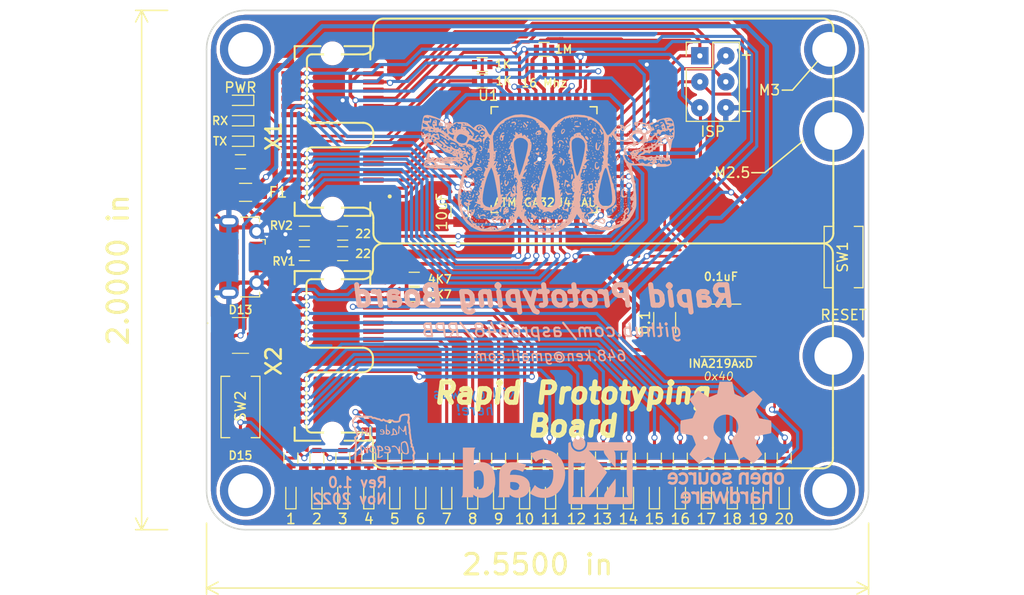
<source format=kicad_pcb>
(kicad_pcb (version 20171130) (host pcbnew "(5.1.10)-1")
  (title_block (title "Beetje 32U4 Blok") (date 2018-08-10) (rev 0.0) (company www.MakersBox.us) (comment 1 648.ken@gmail.com))
  (layers (0 F.Cu signal) (31 B.Cu signal) (34 B.Paste user) (35 F.Paste user) (36 B.SilkS user) (37 F.SilkS user) (38 B.Mask user) (39 F.Mask user) (44 Edge.Cuts user))
  (net 0 "")
  (net 1 GND)
  (net 2 /D4)
  (net 3 /D6)
  (net 4 /D8)
  (net 5 /D13)
  (net 6 /D12)
  (net 7 /D10)
  (net 8 /D9)
  (net 9 /D7)
  (net 10 /A0)
  (net 11 /A3)
  (net 12 /A5)
  (net 13 /SCK)
  (net 14 /MOSI)
  (net 15 /MISO)
  (net 16 /D5)
  (net 17 /RXLED)
  (net 18 /TXLED)
  (net 19 /~RESET)
  (net 20 /D+)
  (net 21 /D-)
  (net 22 "Net-(F1-Pad2)")
  (net 23 +5V)
  (net 24 "Net-(D4-Pad2)")
  (net 25 "Net-(R6-Pad2)")
  (net 26 "Net-(R7-Pad2)")
  (net 27 "Net-(R9-Pad2)")
  (net 28 "Net-(D1-Pad2)")
  (net 29 "Net-(D2-Pad2)")
  (net 30 "Net-(D3-Pad2)")
  (net 31 "Net-(D5-Pad2)")
  (net 32 "Net-(D6-Pad2)")
  (net 33 "Net-(D7-Pad2)")
  (net 34 "Net-(D8-Pad2)")
  (net 35 "Net-(D9-Pad2)")
  (net 36 "Net-(D10-Pad2)")
  (net 37 "Net-(D11-Pad2)")
  (net 38 "Net-(D12-Pad2)")
  (net 39 "Net-(D13-Pad2)")
  (net 40 "Net-(D14-Pad2)")
  (net 41 "Net-(D15-Pad2)")
  (net 42 "Net-(D16-Pad2)")
  (net 43 "Net-(D17-Pad2)")
  (net 44 "Net-(D18-Pad2)")
  (net 45 "Net-(D19-Pad2)")
  (net 46 "Net-(D20-Pad2)")
  (net 47 "Net-(D22-Pad1)")
  (net 48 "Net-(D23-Pad1)")
  (net 49 "Net-(J1-Pad2)")
  (net 50 "Net-(J1-Pad3)")
  (net 51 "Net-(R1-Pad2)")
  (net 52 "Net-(R2-Pad2)")
  (net 53 "Net-(R3-Pad2)")
  (net 54 "Net-(R4-Pad2)")
  (net 55 "Net-(R5-Pad2)")
  (net 56 "Net-(R8-Pad2)")
  (net 57 "Net-(R10-Pad2)")
  (net 58 "Net-(R11-Pad2)")
  (net 59 "Net-(R12-Pad2)")
  (net 60 "Net-(R13-Pad2)")
  (net 61 "Net-(R14-Pad2)")
  (net 62 "Net-(R15-Pad2)")
  (net 63 "Net-(R16-Pad2)")
  (net 64 "Net-(R17-Pad2)")
  (net 65 "Net-(R18-Pad2)")
  (net 66 "Net-(R19-Pad2)")
  (net 67 "Net-(R20-Pad2)")
  (net 68 "Net-(D21-Pad1)")
  (net 69 "Net-(R26-Pad2)")
  (net 70 "Net-(R26-Pad1)")
  (net 71 /D3_SCL)
  (net 72 /D2_SDA)
  (net 73 /D0)
  (net 74 /D1)
  (net 75 /D11)
  (net 76 /A1)
  (net 77 /A2)
  (net 78 /A4)
  (net 79 /Vin)
  (module footprints:R_0603 (layer F.Cu) (at 127 104 180)
    (fp_text reference R27)
    (fp_text value 4K7 (at -2.5 1.5 180) (layer F.SilkS) (effects (font (size 0.8 0.8))))
    (pad 1 smd rect (at -0.75 0 180) (size 0.5 0.9) (layers F.Cu F.Paste F.Mask) (net 72 /D2_SDA))
    (pad 2 smd rect (at 0.75 0 180) (size 0.5 0.9) (layers F.Cu F.Paste F.Mask) (net 23 +5V))
  )
  (module footprints:Pin_Header_Straight_2x03_Pitch2.54mm (layer F.Cu) (at 154.94 80.645)
    (fp_text reference J2 hide)
    (fp_text value ISP (at 1.27 7.41) (layer F.SilkS))
    (pad 6 thru_hole oval (at 2.54 5.08) (size 1.7 1.7) (drill 0.508) (layers *.Cu F.Mask) (net 1 GND))
    (pad 5 thru_hole oval (at 0 5.08) (size 1.7 1.7) (drill 0.508) (layers *.Cu F.Mask) (net 19 /~RESET))
    (pad 4 thru_hole oval (at 2.54 2.54) (size 1.7 1.7) (drill 0.508) (layers *.Cu F.Mask) (net 14 /MOSI))
    (pad 3 thru_hole oval (at 0 2.54) (size 1.7 1.7) (drill 0.508) (layers *.Cu F.Mask) (net 13 /SCK))
    (pad 2 thru_hole oval (at 2.54 0) (size 1.7 1.7) (drill 0.508) (layers *.Cu F.Mask) (net 23 +5V))
    (pad 1 thru_hole rect (at 0 0) (size 1.7 1.7) (drill 0.508) (layers *.Cu F.Mask) (net 15 /MISO))
  )
  (module footprints:INPI33TBTPRPGPB (layer F.Cu) (at 110 108 180)
    (fp_text reference LED1 hide)
    (fp_text value IN-PI33TBTPRPGPB hide)
    (pad 1 smd rect (at 1.59 1.07 270) (size 0.9 1.3) (layers F.Cu F.Paste F.Mask) (net 1 GND))
    (pad 2 smd rect (at 1.59 -1.07 270) (size 0.9 1.3) (layers F.Cu F.Paste F.Mask) (net 5 /D13))
    (pad 3 smd rect (at -1.59 -1.07 270) (size 0.9 1.3) (layers F.Cu F.Paste F.Mask) (net 23 +5V))
    (pad 4 smd rect (at -1.59 1.07 270) (size 0.9 1.3) (layers F.Cu F.Paste F.Mask))
  )
  (module footprints:R_0805_HandSoldering (layer F.Cu) (at 110.5 94 180)
    (fp_text reference F1 (at -3.17 0) (layer F.SilkS))
    (fp_text value Polyfuse)
    (pad 2 smd rect (at 1.35 0 180) (size 1.5 1.3) (layers F.Cu F.Paste F.Mask) (net 22 "Net-(F1-Pad2)"))
    (pad 1 smd rect (at -1.35 0 180) (size 1.5 1.3) (layers F.Cu F.Paste F.Mask) (net 79 /Vin))
  )
  (module footprints:LED_0603 (layer F.Cu) (at 110 89 180)
    (fp_text reference D22 hide)
    (fp_text value TX (at 2 0 unlocked) (layer F.SilkS) (effects (font (size 0.8 0.8))))
    (pad 1 smd rect (at -0.8 0) (size 0.8 0.8) (layers F.Cu F.Paste F.Mask) (net 47 "Net-(D22-Pad1)"))
    (pad 2 smd rect (at 0.8 0) (size 0.8 0.8) (layers F.Cu F.Paste F.Mask) (net 23 +5V))
  )
  (module footprints:SW_TS10-63-26-BE-250-SMT-TR (layer F.Cu) (at 169 100.33 90)
    (fp_text reference SW1 (at 0 -0.09 90) (layer F.SilkS))
    (fp_text value RESET (at -5.67 0) (layer F.SilkS))
    (pad 1 smd rect (at -3.25 0 90) (size 1.5 1.4) (layers F.Cu F.Paste F.Mask) (net 1 GND))
    (pad 2 smd rect (at 3.25 0 90) (size 1.5 1.4) (layers F.Cu F.Paste F.Mask) (net 19 /~RESET))
  )
  (module footprints:R_0603 (layer F.Cu) (at 133.65 83.1 180)
    (fp_text reference R22)
    (fp_text value 1K (at -2.1 0 180) (layer F.SilkS) (effects (font (size 0.8 0.8))))
    (pad 2 smd rect (at 0.75 0 180) (size 0.5 0.9) (layers F.Cu F.Paste F.Mask) (net 47 "Net-(D22-Pad1)"))
    (pad 1 smd rect (at -0.75 0 180) (size 0.5 0.9) (layers F.Cu F.Paste F.Mask) (net 18 /TXLED))
  )
  (module footprints:M25standoff (layer F.Cu) (at 168 88)
    (fp_text reference P5 hide)
    (fp_text value Standoff)
    (pad 1 thru_hole circle (at 0 0) (size 6 6) (drill 3.7) (layers *.Cu *.Mask))
  )
  (module footprints:M25standoff (layer F.Cu) (at 168 110)
    (fp_text reference P6 hide)
    (fp_text value Standoff)
    (pad 1 thru_hole circle (at 0 0) (size 6 6) (drill 3.7) (layers *.Cu *.Mask))
  )
  (module footprints:M3mount (layer F.Cu) (at 110.49 80.01)
    (fp_text reference P1 hide)
    (fp_text value M3)
    (pad 1 thru_hole circle (at 0 0) (size 5 5) (drill 3.4) (layers *.Cu *.Mask))
  )
  (module footprints:LED_0603 (layer F.Cu) (at 114.935 123.66 90)
    (fp_text reference D1 hide)
    (fp_text value 1 (at -2.286 0 unlocked) (layer F.SilkS))
    (pad 1 smd rect (at -0.8 0 270) (size 0.8 0.8) (layers F.Cu F.Paste F.Mask) (net 1 GND))
    (pad 2 smd rect (at 0.8 0 270) (size 0.8 0.8) (layers F.Cu F.Paste F.Mask) (net 28 "Net-(D1-Pad2)"))
  )
  (module footprints:LED_0603 (layer F.Cu) (at 110 85 180)
    (fp_text reference D21 hide)
    (fp_text value PWR (at 0 1.25 unlocked) (layer F.SilkS))
    (pad 1 smd rect (at -0.8 0) (size 0.8 0.8) (layers F.Cu F.Paste F.Mask) (net 68 "Net-(D21-Pad1)"))
    (pad 2 smd rect (at 0.8 0) (size 0.8 0.8) (layers F.Cu F.Paste F.Mask) (net 23 +5V))
  )
  (module footprints:LED_0603 (layer F.Cu) (at 110 87 180)
    (fp_text reference D23 hide)
    (fp_text value RX (at 2 0 unlocked) (layer F.SilkS) (effects (font (size 0.8 0.8))))
    (pad 1 smd rect (at -0.8 0) (size 0.8 0.8) (layers F.Cu F.Paste F.Mask) (net 48 "Net-(D23-Pad1)"))
    (pad 2 smd rect (at 0.8 0) (size 0.8 0.8) (layers F.Cu F.Paste F.Mask) (net 23 +5V))
  )
  (module footprints:LED_0603 (layer F.Cu) (at 140.335 123.66 90)
    (fp_text reference D11 hide)
    (fp_text value 11 (at -2.286 0 unlocked) (layer F.SilkS))
    (pad 1 smd rect (at -0.8 0 270) (size 0.8 0.8) (layers F.Cu F.Paste F.Mask) (net 1 GND))
    (pad 2 smd rect (at 0.8 0 270) (size 0.8 0.8) (layers F.Cu F.Paste F.Mask) (net 37 "Net-(D11-Pad2)"))
  )
  (module footprints:LED_0603 (layer F.Cu) (at 117.475 123.66 90)
    (fp_text reference D2 hide)
    (fp_text value 2 (at -2.286 0 unlocked) (layer F.SilkS))
    (pad 1 smd rect (at -0.8 0 270) (size 0.8 0.8) (layers F.Cu F.Paste F.Mask) (net 1 GND))
    (pad 2 smd rect (at 0.8 0 270) (size 0.8 0.8) (layers F.Cu F.Paste F.Mask) (net 29 "Net-(D2-Pad2)"))
  )
  (module footprints:LED_0603 (layer F.Cu) (at 142.875 123.66 90)
    (fp_text reference D12 hide)
    (fp_text value 12 (at -2.286 0 unlocked) (layer F.SilkS))
    (pad 1 smd rect (at -0.8 0 270) (size 0.8 0.8) (layers F.Cu F.Paste F.Mask) (net 1 GND))
    (pad 2 smd rect (at 0.8 0 270) (size 0.8 0.8) (layers F.Cu F.Paste F.Mask) (net 38 "Net-(D12-Pad2)"))
  )
  (module footprints:LED_0603 (layer F.Cu) (at 120.015 123.66 90)
    (fp_text reference D3 hide)
    (fp_text value 3 (at -2.286 0 unlocked) (layer F.SilkS))
    (pad 1 smd rect (at -0.8 0 270) (size 0.8 0.8) (layers F.Cu F.Paste F.Mask) (net 1 GND))
    (pad 2 smd rect (at 0.8 0 270) (size 0.8 0.8) (layers F.Cu F.Paste F.Mask) (net 30 "Net-(D3-Pad2)"))
  )
  (module footprints:LED_0603 (layer F.Cu) (at 145.415 123.66 90)
    (fp_text reference D13 hide)
    (fp_text value 13 (at -2.286 0 unlocked) (layer F.SilkS))
    (pad 1 smd rect (at -0.8 0 270) (size 0.8 0.8) (layers F.Cu F.Paste F.Mask) (net 1 GND))
    (pad 2 smd rect (at 0.8 0 270) (size 0.8 0.8) (layers F.Cu F.Paste F.Mask) (net 39 "Net-(D13-Pad2)"))
  )
  (module footprints:LED_0603 (layer F.Cu) (at 122.555 123.66 90)
    (fp_text reference D4 hide)
    (fp_text value 4 (at -2.286 0 unlocked) (layer F.SilkS))
    (pad 1 smd rect (at -0.8 0 270) (size 0.8 0.8) (layers F.Cu F.Paste F.Mask) (net 1 GND))
    (pad 2 smd rect (at 0.8 0 270) (size 0.8 0.8) (layers F.Cu F.Paste F.Mask) (net 24 "Net-(D4-Pad2)"))
  )
  (module footprints:LED_0603 (layer F.Cu) (at 147.955 123.66 90)
    (fp_text reference D14 hide)
    (fp_text value 14 (at -2.286 0 unlocked) (layer F.SilkS))
    (pad 1 smd rect (at -0.8 0 270) (size 0.8 0.8) (layers F.Cu F.Paste F.Mask) (net 1 GND))
    (pad 2 smd rect (at 0.8 0 270) (size 0.8 0.8) (layers F.Cu F.Paste F.Mask) (net 40 "Net-(D14-Pad2)"))
  )
  (module footprints:LED_0603 (layer F.Cu) (at 125.095 123.66 90)
    (fp_text reference D5 hide)
    (fp_text value 5 (at -2.286 0 unlocked) (layer F.SilkS))
    (pad 1 smd rect (at -0.8 0 270) (size 0.8 0.8) (layers F.Cu F.Paste F.Mask) (net 1 GND))
    (pad 2 smd rect (at 0.8 0 270) (size 0.8 0.8) (layers F.Cu F.Paste F.Mask) (net 31 "Net-(D5-Pad2)"))
  )
  (module footprints:LED_0603 (layer F.Cu) (at 150.495 123.66 90)
    (fp_text reference D15 hide)
    (fp_text value 15 (at -2.286 0 unlocked) (layer F.SilkS))
    (pad 1 smd rect (at -0.8 0 270) (size 0.8 0.8) (layers F.Cu F.Paste F.Mask) (net 1 GND))
    (pad 2 smd rect (at 0.8 0 270) (size 0.8 0.8) (layers F.Cu F.Paste F.Mask) (net 41 "Net-(D15-Pad2)"))
  )
  (module footprints:LED_0603 (layer F.Cu) (at 127.635 123.66 90)
    (fp_text reference D6 hide)
    (fp_text value 6 (at -2.286 0 unlocked) (layer F.SilkS))
    (pad 1 smd rect (at -0.8 0 270) (size 0.8 0.8) (layers F.Cu F.Paste F.Mask) (net 1 GND))
    (pad 2 smd rect (at 0.8 0 270) (size 0.8 0.8) (layers F.Cu F.Paste F.Mask) (net 32 "Net-(D6-Pad2)"))
  )
  (module footprints:LED_0603 (layer F.Cu) (at 153.035 123.66 90)
    (fp_text reference D16 hide)
    (fp_text value 16 (at -2.286 0 unlocked) (layer F.SilkS))
    (pad 1 smd rect (at -0.8 0 270) (size 0.8 0.8) (layers F.Cu F.Paste F.Mask) (net 1 GND))
    (pad 2 smd rect (at 0.8 0 270) (size 0.8 0.8) (layers F.Cu F.Paste F.Mask) (net 42 "Net-(D16-Pad2)"))
  )
  (module footprints:LED_0603 (layer F.Cu) (at 130.175 123.66 90)
    (fp_text reference D7 hide)
    (fp_text value 7 (at -2.286 0 unlocked) (layer F.SilkS))
    (pad 1 smd rect (at -0.8 0 270) (size 0.8 0.8) (layers F.Cu F.Paste F.Mask) (net 1 GND))
    (pad 2 smd rect (at 0.8 0 270) (size 0.8 0.8) (layers F.Cu F.Paste F.Mask) (net 33 "Net-(D7-Pad2)"))
  )
  (module footprints:LED_0603 (layer F.Cu) (at 155.575 123.66 90)
    (fp_text reference D17 hide)
    (fp_text value 17 (at -2.286 0 unlocked) (layer F.SilkS))
    (pad 1 smd rect (at -0.8 0 270) (size 0.8 0.8) (layers F.Cu F.Paste F.Mask) (net 1 GND))
    (pad 2 smd rect (at 0.8 0 270) (size 0.8 0.8) (layers F.Cu F.Paste F.Mask) (net 43 "Net-(D17-Pad2)"))
  )
  (module footprints:LED_0603 (layer F.Cu) (at 132.715 123.66 90)
    (fp_text reference D8 hide)
    (fp_text value 8 (at -2.286 0 unlocked) (layer F.SilkS))
    (pad 1 smd rect (at -0.8 0 270) (size 0.8 0.8) (layers F.Cu F.Paste F.Mask) (net 1 GND))
    (pad 2 smd rect (at 0.8 0 270) (size 0.8 0.8) (layers F.Cu F.Paste F.Mask) (net 34 "Net-(D8-Pad2)"))
  )
  (module footprints:LED_0603 (layer F.Cu) (at 158.115 123.66 90)
    (fp_text reference D18 hide)
    (fp_text value 18 (at -2.286 0 unlocked) (layer F.SilkS))
    (pad 1 smd rect (at -0.8 0 270) (size 0.8 0.8) (layers F.Cu F.Paste F.Mask) (net 1 GND))
    (pad 2 smd rect (at 0.8 0 270) (size 0.8 0.8) (layers F.Cu F.Paste F.Mask) (net 44 "Net-(D18-Pad2)"))
  )
  (module footprints:LED_0603 (layer F.Cu) (at 135.255 123.66 90)
    (fp_text reference D9 hide)
    (fp_text value 9 (at -2.286 0 unlocked) (layer F.SilkS))
    (pad 1 smd rect (at -0.8 0 270) (size 0.8 0.8) (layers F.Cu F.Paste F.Mask) (net 1 GND))
    (pad 2 smd rect (at 0.8 0 270) (size 0.8 0.8) (layers F.Cu F.Paste F.Mask) (net 35 "Net-(D9-Pad2)"))
  )
  (module footprints:LED_0603 (layer F.Cu) (at 160.655 123.66 90)
    (fp_text reference D19 hide)
    (fp_text value 19 (at -2.286 0 unlocked) (layer F.SilkS))
    (pad 1 smd rect (at -0.8 0 270) (size 0.8 0.8) (layers F.Cu F.Paste F.Mask) (net 1 GND))
    (pad 2 smd rect (at 0.8 0 270) (size 0.8 0.8) (layers F.Cu F.Paste F.Mask) (net 45 "Net-(D19-Pad2)"))
  )
  (module footprints:LED_0603 (layer F.Cu) (at 137.795 123.66 90)
    (fp_text reference D10 hide)
    (fp_text value 10 (at -2.286 0 unlocked) (layer F.SilkS))
    (pad 1 smd rect (at -0.8 0 270) (size 0.8 0.8) (layers F.Cu F.Paste F.Mask) (net 1 GND))
    (pad 2 smd rect (at 0.8 0 270) (size 0.8 0.8) (layers F.Cu F.Paste F.Mask) (net 36 "Net-(D10-Pad2)"))
  )
  (module footprints:LED_0603 (layer F.Cu) (at 163.195 123.66 90)
    (fp_text reference D20 hide)
    (fp_text value 20 (at -2.286 0 unlocked) (layer F.SilkS))
    (pad 1 smd rect (at -0.8 0 270) (size 0.8 0.8) (layers F.Cu F.Paste F.Mask) (net 1 GND))
    (pad 2 smd rect (at 0.8 0 270) (size 0.8 0.8) (layers F.Cu F.Paste F.Mask) (net 46 "Net-(D20-Pad2)"))
  )
  (module footprints:R_0603 (layer F.Cu) (at 140.335 120.015 90)
    (fp_text reference R11)
    (fp_text value 1K)
    (pad 2 smd rect (at 0.75 0 90) (size 0.5 0.9) (layers F.Cu F.Paste F.Mask) (net 58 "Net-(R11-Pad2)"))
    (pad 1 smd rect (at -0.75 0 90) (size 0.5 0.9) (layers F.Cu F.Paste F.Mask) (net 37 "Net-(D11-Pad2)"))
  )
  (module footprints:R_0603 (layer F.Cu) (at 110 91 180)
    (fp_text reference R21)
    (fp_text value 1K hide)
    (pad 2 smd rect (at 0.75 0 180) (size 0.5 0.9) (layers F.Cu F.Paste F.Mask) (net 1 GND))
    (pad 1 smd rect (at -0.75 0 180) (size 0.5 0.9) (layers F.Cu F.Paste F.Mask) (net 68 "Net-(D21-Pad1)"))
  )
  (module footprints:R_0603 (layer F.Cu) (at 133.65 81.5 180)
    (fp_text reference R23)
    (fp_text value 1K (at -2.032 0 180) (layer F.SilkS) (effects (font (size 0.8 0.8))))
    (pad 2 smd rect (at 0.75 0 180) (size 0.5 0.9) (layers F.Cu F.Paste F.Mask) (net 48 "Net-(D23-Pad1)"))
    (pad 1 smd rect (at -0.75 0 180) (size 0.5 0.9) (layers F.Cu F.Paste F.Mask) (net 17 /RXLED))
  )
  (module footprints:R_0603 (layer F.Cu) (at 120 100 180)
    (fp_text reference R24 hide)
    (fp_text value 22 (at -2 0 180) (layer F.SilkS) (effects (font (size 0.8 0.8))))
    (pad 2 smd rect (at 0.75 0 180) (size 0.5 0.9) (layers F.Cu F.Paste F.Mask) (net 50 "Net-(J1-Pad3)"))
    (pad 1 smd rect (at -0.75 0 180) (size 0.5 0.9) (layers F.Cu F.Paste F.Mask) (net 20 /D+))
  )
  (module footprints:R_0603 (layer F.Cu) (at 120 98 180)
    (fp_text reference R25)
    (fp_text value 22 (at -2 -0.055 180) (layer F.SilkS) (effects (font (size 0.8 0.8))))
    (pad 2 smd rect (at 0.75 0 180) (size 0.5 0.9) (layers F.Cu F.Paste F.Mask) (net 49 "Net-(J1-Pad2)"))
    (pad 1 smd rect (at -0.75 0 180) (size 0.5 0.9) (layers F.Cu F.Paste F.Mask) (net 21 /D-))
  )
  (module footprints:R_0603 (layer F.Cu) (at 139.7 80.01 180)
    (fp_text reference R26)
    (fp_text value 1M (at -1.905 0 180) (layer F.SilkS) (effects (font (size 0.8 0.8))))
    (pad 2 smd rect (at 0.75 0 180) (size 0.5 0.9) (layers F.Cu F.Paste F.Mask) (net 69 "Net-(R26-Pad2)"))
    (pad 1 smd rect (at -0.75 0 180) (size 0.5 0.9) (layers F.Cu F.Paste F.Mask) (net 70 "Net-(R26-Pad1)"))
  )
  (module footprints:R_0603 (layer F.Cu) (at 116.25 100 180)
    (fp_text reference RV1 (at 2 -0.75 180) (layer F.SilkS) (effects (font (size 0.8 0.8))))
    (fp_text value Varistor)
    (pad 2 smd rect (at 0.75 0 180) (size 0.5 0.9) (layers F.Cu F.Paste F.Mask) (net 1 GND))
    (pad 1 smd rect (at -0.75 0 180) (size 0.5 0.9) (layers F.Cu F.Paste F.Mask) (net 50 "Net-(J1-Pad3)"))
  )
  (module footprints:R_0603 (layer F.Cu) (at 116.25 98 180)
    (fp_text reference RV2 (at 2.25 0.75 180) (layer F.SilkS) (effects (font (size 0.8 0.8))))
    (fp_text value Varistor)
    (pad 2 smd rect (at 0.75 0 180) (size 0.5 0.9) (layers F.Cu F.Paste F.Mask) (net 1 GND))
    (pad 1 smd rect (at -0.75 0 180) (size 0.5 0.9) (layers F.Cu F.Paste F.Mask) (net 49 "Net-(J1-Pad2)"))
  )
  (module footprints:R_0603 (layer F.Cu) (at 114.935 120 90)
    (fp_text reference R1)
    (fp_text value 1K)
    (pad 2 smd rect (at 0.75 0 90) (size 0.5 0.9) (layers F.Cu F.Paste F.Mask) (net 51 "Net-(R1-Pad2)"))
    (pad 1 smd rect (at -0.75 0 90) (size 0.5 0.9) (layers F.Cu F.Paste F.Mask) (net 28 "Net-(D1-Pad2)"))
  )
  (module footprints:R_0603 (layer F.Cu) (at 117.475 120 90)
    (fp_text reference R2)
    (fp_text value 1K)
    (pad 2 smd rect (at 0.75 0 90) (size 0.5 0.9) (layers F.Cu F.Paste F.Mask) (net 52 "Net-(R2-Pad2)"))
    (pad 1 smd rect (at -0.75 0 90) (size 0.5 0.9) (layers F.Cu F.Paste F.Mask) (net 29 "Net-(D2-Pad2)"))
  )
  (module footprints:R_0603 (layer F.Cu) (at 142.875 119.9 90)
    (fp_text reference R12)
    (fp_text value 1K)
    (pad 2 smd rect (at 0.75 0 90) (size 0.5 0.9) (layers F.Cu F.Paste F.Mask) (net 59 "Net-(R12-Pad2)"))
    (pad 1 smd rect (at -0.75 0 90) (size 0.5 0.9) (layers F.Cu F.Paste F.Mask) (net 38 "Net-(D12-Pad2)"))
  )
  (module footprints:R_0603 (layer F.Cu) (at 120.015 120.015 90)
    (fp_text reference R3)
    (fp_text value 1K)
    (pad 2 smd rect (at 0.75 0 90) (size 0.5 0.9) (layers F.Cu F.Paste F.Mask) (net 53 "Net-(R3-Pad2)"))
    (pad 1 smd rect (at -0.75 0 90) (size 0.5 0.9) (layers F.Cu F.Paste F.Mask) (net 30 "Net-(D3-Pad2)"))
  )
  (module footprints:R_0603 (layer F.Cu) (at 145.415 119.9 90)
    (fp_text reference R13)
    (fp_text value 1K)
    (pad 2 smd rect (at 0.75 0 90) (size 0.5 0.9) (layers F.Cu F.Paste F.Mask) (net 60 "Net-(R13-Pad2)"))
    (pad 1 smd rect (at -0.75 0 90) (size 0.5 0.9) (layers F.Cu F.Paste F.Mask) (net 39 "Net-(D13-Pad2)"))
  )
  (module footprints:R_0603 (layer F.Cu) (at 122.555 120.015 90)
    (fp_text reference R4)
    (fp_text value 1K)
    (pad 2 smd rect (at 0.75 0 90) (size 0.5 0.9) (layers F.Cu F.Paste F.Mask) (net 54 "Net-(R4-Pad2)"))
    (pad 1 smd rect (at -0.75 0 90) (size 0.5 0.9) (layers F.Cu F.Paste F.Mask) (net 24 "Net-(D4-Pad2)"))
  )
  (module footprints:R_0603 (layer F.Cu) (at 147.955 120.015 90)
    (fp_text reference R14)
    (fp_text value 1K)
    (pad 2 smd rect (at 0.75 0 90) (size 0.5 0.9) (layers F.Cu F.Paste F.Mask) (net 61 "Net-(R14-Pad2)"))
    (pad 1 smd rect (at -0.75 0 90) (size 0.5 0.9) (layers F.Cu F.Paste F.Mask) (net 40 "Net-(D14-Pad2)"))
  )
  (module footprints:R_0603 (layer F.Cu) (at 125.095 120.015 90)
    (fp_text reference R5)
    (fp_text value 1K)
    (pad 2 smd rect (at 0.75 0 90) (size 0.5 0.9) (layers F.Cu F.Paste F.Mask) (net 55 "Net-(R5-Pad2)"))
    (pad 1 smd rect (at -0.75 0 90) (size 0.5 0.9) (layers F.Cu F.Paste F.Mask) (net 31 "Net-(D5-Pad2)"))
  )
  (module footprints:R_0603 (layer F.Cu) (at 150.495 120.015 90)
    (fp_text reference R15)
    (fp_text value 1K)
    (pad 2 smd rect (at 0.75 0 90) (size 0.5 0.9) (layers F.Cu F.Paste F.Mask) (net 62 "Net-(R15-Pad2)"))
    (pad 1 smd rect (at -0.75 0 90) (size 0.5 0.9) (layers F.Cu F.Paste F.Mask) (net 41 "Net-(D15-Pad2)"))
  )
  (module footprints:R_0603 (layer F.Cu) (at 127.635 120.015 90)
    (fp_text reference R6)
    (fp_text value 1K)
    (pad 2 smd rect (at 0.75 0 90) (size 0.5 0.9) (layers F.Cu F.Paste F.Mask) (net 25 "Net-(R6-Pad2)"))
    (pad 1 smd rect (at -0.75 0 90) (size 0.5 0.9) (layers F.Cu F.Paste F.Mask) (net 32 "Net-(D6-Pad2)"))
  )
  (module footprints:R_0603 (layer F.Cu) (at 153.035 120.015 90)
    (fp_text reference R16)
    (fp_text value 1K)
    (pad 2 smd rect (at 0.75 0 90) (size 0.5 0.9) (layers F.Cu F.Paste F.Mask) (net 63 "Net-(R16-Pad2)"))
    (pad 1 smd rect (at -0.75 0 90) (size 0.5 0.9) (layers F.Cu F.Paste F.Mask) (net 42 "Net-(D16-Pad2)"))
  )
  (module footprints:R_0603 (layer F.Cu) (at 130.175 120.015 90)
    (fp_text reference R7)
    (fp_text value 1K)
    (pad 2 smd rect (at 0.75 0 90) (size 0.5 0.9) (layers F.Cu F.Paste F.Mask) (net 26 "Net-(R7-Pad2)"))
    (pad 1 smd rect (at -0.75 0 90) (size 0.5 0.9) (layers F.Cu F.Paste F.Mask) (net 33 "Net-(D7-Pad2)"))
  )
  (module footprints:R_0603 (layer F.Cu) (at 155.575 120.015 90)
    (fp_text reference R17)
    (fp_text value 1K)
    (pad 2 smd rect (at 0.75 0 90) (size 0.5 0.9) (layers F.Cu F.Paste F.Mask) (net 64 "Net-(R17-Pad2)"))
    (pad 1 smd rect (at -0.75 0 90) (size 0.5 0.9) (layers F.Cu F.Paste F.Mask) (net 43 "Net-(D17-Pad2)"))
  )
  (module footprints:R_0603 (layer F.Cu) (at 132.715 120.015 90)
    (fp_text reference R8)
    (fp_text value 1K)
    (pad 2 smd rect (at 0.75 0 90) (size 0.5 0.9) (layers F.Cu F.Paste F.Mask) (net 56 "Net-(R8-Pad2)"))
    (pad 1 smd rect (at -0.75 0 90) (size 0.5 0.9) (layers F.Cu F.Paste F.Mask) (net 34 "Net-(D8-Pad2)"))
  )
  (module footprints:R_0603 (layer F.Cu) (at 158.115 120.015 90)
    (fp_text reference R18)
    (fp_text value 1K)
    (pad 2 smd rect (at 0.75 0 90) (size 0.5 0.9) (layers F.Cu F.Paste F.Mask) (net 65 "Net-(R18-Pad2)"))
    (pad 1 smd rect (at -0.75 0 90) (size 0.5 0.9) (layers F.Cu F.Paste F.Mask) (net 44 "Net-(D18-Pad2)"))
  )
  (module footprints:R_0603 (layer F.Cu) (at 135.255 120.015 90)
    (fp_text reference R9)
    (fp_text value 1K)
    (pad 2 smd rect (at 0.75 0 90) (size 0.5 0.9) (layers F.Cu F.Paste F.Mask) (net 27 "Net-(R9-Pad2)"))
    (pad 1 smd rect (at -0.75 0 90) (size 0.5 0.9) (layers F.Cu F.Paste F.Mask) (net 35 "Net-(D9-Pad2)"))
  )
  (module footprints:R_0603 (layer F.Cu) (at 160.655 120.015 90)
    (fp_text reference R19)
    (fp_text value 1K)
    (pad 2 smd rect (at 0.75 0 90) (size 0.5 0.9) (layers F.Cu F.Paste F.Mask) (net 66 "Net-(R19-Pad2)"))
    (pad 1 smd rect (at -0.75 0 90) (size 0.5 0.9) (layers F.Cu F.Paste F.Mask) (net 45 "Net-(D19-Pad2)"))
  )
  (module footprints:R_0603 (layer F.Cu) (at 137.795 120.015 90)
    (fp_text reference R10)
    (fp_text value 1K)
    (pad 2 smd rect (at 0.75 0 90) (size 0.5 0.9) (layers F.Cu F.Paste F.Mask) (net 57 "Net-(R10-Pad2)"))
    (pad 1 smd rect (at -0.75 0 90) (size 0.5 0.9) (layers F.Cu F.Paste F.Mask) (net 36 "Net-(D10-Pad2)"))
  )
  (module footprints:R_0603 (layer F.Cu) (at 163.195 120.015 90)
    (fp_text reference R20)
    (fp_text value 1K)
    (pad 2 smd rect (at 0.75 0 90) (size 0.5 0.9) (layers F.Cu F.Paste F.Mask) (net 67 "Net-(R20-Pad2)"))
    (pad 1 smd rect (at -0.75 0 90) (size 0.5 0.9) (layers F.Cu F.Paste F.Mask) (net 46 "Net-(D20-Pad2)"))
  )
  (module footprints:Resonator_SMD_CTSC_1.3mmx3.2mm (layer F.Cu) (at 139.77 81.915)
    (fp_text reference Y1 hide)
    (fp_text value "16 Mhz" (at -0.07 1.397) (layer F.SilkS) (effects (font (size 0.8 0.8))))
    (pad 3 smd rect (at 1.2 0) (size 0.4 1.8) (layers F.Cu F.Paste F.Mask) (net 70 "Net-(R26-Pad1)"))
    (pad 2 smd rect (at 0 0) (size 0.4 1.8) (layers F.Cu F.Paste F.Mask) (net 1 GND))
    (pad 1 smd rect (at -1.2 0) (size 0.4 1.8) (layers F.Cu F.Paste F.Mask) (net 69 "Net-(R26-Pad2)"))
  )
  (module footprints:TQFP-44_10x10mm_Pitch0.8mm (layer F.Cu) (at 139.7 90.805 180)
    (fp_text reference U1 (at 5.45 6.27 180) (layer F.SilkS))
    (fp_text value ATMEGA32U4-AU (at -0.127 -4.195 180) (layer F.SilkS) (effects (font (size 0.8 0.8))))
    (pad 1 smd rect (at -5.7 -4 180) (size 1.5 0.55) (layers F.Cu F.Paste F.Mask) (net 9 /D7))
    (pad 2 smd rect (at -5.7 -3.2 180) (size 1.5 0.55) (layers F.Cu F.Paste F.Mask))
    (pad 3 smd rect (at -5.7 -2.4 180) (size 1.5 0.55) (layers F.Cu F.Paste F.Mask) (net 21 /D-))
    (pad 4 smd rect (at -5.7 -1.6 180) (size 1.5 0.55) (layers F.Cu F.Paste F.Mask) (net 20 /D+))
    (pad 5 smd rect (at -5.7 -0.8 180) (size 1.5 0.55) (layers F.Cu F.Paste F.Mask) (net 1 GND))
    (pad 6 smd rect (at -5.7 0 180) (size 1.5 0.55) (layers F.Cu F.Paste F.Mask) (net 23 +5V))
    (pad 7 smd rect (at -5.7 0.8 180) (size 1.5 0.55) (layers F.Cu F.Paste F.Mask) (net 23 +5V))
    (pad 8 smd rect (at -5.7 1.6 180) (size 1.5 0.55) (layers F.Cu F.Paste F.Mask) (net 17 /RXLED))
    (pad 9 smd rect (at -5.7 2.4 180) (size 1.5 0.55) (layers F.Cu F.Paste F.Mask) (net 13 /SCK))
    (pad 10 smd rect (at -5.7 3.2 180) (size 1.5 0.55) (layers F.Cu F.Paste F.Mask) (net 14 /MOSI))
    (pad 11 smd rect (at -5.7 4 180) (size 1.5 0.55) (layers F.Cu F.Paste F.Mask) (net 15 /MISO))
    (pad 12 smd rect (at -4 5.7 270) (size 1.5 0.55) (layers F.Cu F.Paste F.Mask) (net 75 /D11))
    (pad 13 smd rect (at -3.2 5.7 270) (size 1.5 0.55) (layers F.Cu F.Paste F.Mask) (net 19 /~RESET))
    (pad 14 smd rect (at -2.4 5.7 270) (size 1.5 0.55) (layers F.Cu F.Paste F.Mask) (net 23 +5V))
    (pad 15 smd rect (at -1.6 5.7 270) (size 1.5 0.55) (layers F.Cu F.Paste F.Mask) (net 1 GND))
    (pad 16 smd rect (at -0.8 5.7 270) (size 1.5 0.55) (layers F.Cu F.Paste F.Mask) (net 70 "Net-(R26-Pad1)"))
    (pad 17 smd rect (at 0 5.7 270) (size 1.5 0.55) (layers F.Cu F.Paste F.Mask) (net 69 "Net-(R26-Pad2)"))
    (pad 18 smd rect (at 0.8 5.7 270) (size 1.5 0.55) (layers F.Cu F.Paste F.Mask) (net 71 /D3_SCL))
    (pad 19 smd rect (at 1.6 5.7 270) (size 1.5 0.55) (layers F.Cu F.Paste F.Mask) (net 72 /D2_SDA))
    (pad 20 smd rect (at 2.4 5.7 270) (size 1.5 0.55) (layers F.Cu F.Paste F.Mask) (net 73 /D0))
    (pad 21 smd rect (at 3.2 5.7 270) (size 1.5 0.55) (layers F.Cu F.Paste F.Mask) (net 74 /D1))
    (pad 22 smd rect (at 4 5.7 270) (size 1.5 0.55) (layers F.Cu F.Paste F.Mask) (net 18 /TXLED))
    (pad 23 smd rect (at 5.7 4 180) (size 1.5 0.55) (layers F.Cu F.Paste F.Mask) (net 1 GND))
    (pad 24 smd rect (at 5.7 3.2 180) (size 1.5 0.55) (layers F.Cu F.Paste F.Mask) (net 23 +5V))
    (pad 25 smd rect (at 5.7 2.4 180) (size 1.5 0.55) (layers F.Cu F.Paste F.Mask) (net 2 /D4))
    (pad 26 smd rect (at 5.7 1.6 180) (size 1.5 0.55) (layers F.Cu F.Paste F.Mask) (net 6 /D12))
    (pad 27 smd rect (at 5.7 0.8 180) (size 1.5 0.55) (layers F.Cu F.Paste F.Mask) (net 3 /D6))
    (pad 28 smd rect (at 5.7 0 180) (size 1.5 0.55) (layers F.Cu F.Paste F.Mask) (net 4 /D8))
    (pad 29 smd rect (at 5.7 -0.8 180) (size 1.5 0.55) (layers F.Cu F.Paste F.Mask) (net 8 /D9))
    (pad 30 smd rect (at 5.7 -1.6 180) (size 1.5 0.55) (layers F.Cu F.Paste F.Mask) (net 7 /D10))
    (pad 31 smd rect (at 5.7 -2.4 180) (size 1.5 0.55) (layers F.Cu F.Paste F.Mask) (net 16 /D5))
    (pad 32 smd rect (at 5.7 -3.2 180) (size 1.5 0.55) (layers F.Cu F.Paste F.Mask) (net 5 /D13))
    (pad 33 smd rect (at 5.7 -4 180) (size 1.5 0.55) (layers F.Cu F.Paste F.Mask) (net 23 +5V))
    (pad 34 smd rect (at 4 -5.7 270) (size 1.5 0.55) (layers F.Cu F.Paste F.Mask) (net 23 +5V))
    (pad 35 smd rect (at 3.2 -5.7 270) (size 1.5 0.55) (layers F.Cu F.Paste F.Mask) (net 1 GND))
    (pad 36 smd rect (at 2.4 -5.7 270) (size 1.5 0.55) (layers F.Cu F.Paste F.Mask) (net 10 /A0))
    (pad 37 smd rect (at 1.6 -5.7 270) (size 1.5 0.55) (layers F.Cu F.Paste F.Mask) (net 76 /A1))
    (pad 38 smd rect (at 0.8 -5.7 270) (size 1.5 0.55) (layers F.Cu F.Paste F.Mask) (net 77 /A2))
    (pad 39 smd rect (at 0 -5.7 270) (size 1.5 0.55) (layers F.Cu F.Paste F.Mask) (net 11 /A3))
    (pad 40 smd rect (at -0.8 -5.7 270) (size 1.5 0.55) (layers F.Cu F.Paste F.Mask) (net 78 /A4))
    (pad 41 smd rect (at -1.6 -5.7 270) (size 1.5 0.55) (layers F.Cu F.Paste F.Mask) (net 12 /A5))
    (pad 42 smd rect (at -2.4 -5.7 270) (size 1.5 0.55) (layers F.Cu F.Paste F.Mask))
    (pad 43 smd rect (at -3.2 -5.7 270) (size 1.5 0.55) (layers F.Cu F.Paste F.Mask) (net 1 GND))
    (pad 44 smd rect (at -4 -5.7 270) (size 1.5 0.55) (layers F.Cu F.Paste F.Mask) (net 23 +5V))
  )
  (module footprints:USB_Micro-B_Molex-105017-0001 (layer F.Cu) (at 109.22 100.33 270)
    (fp_text reference J1 hide)
    (fp_text value USB_OTG)
    (pad 6 smd rect (at -2.9 0.35 270) (size 1.2 1.9) (layers F.Cu F.Mask) (net 1 GND))
    (pad 6 smd rect (at 2.9 0.35 270) (size 1.2 1.9) (layers F.Cu F.Mask) (net 1 GND))
    (pad 6 thru_hole oval (at 3.5 0.35 270) (size 1.2 1.9) (drill oval 0.6 1.3) (layers *.Cu *.Mask) (net 1 GND))
    (pad 6 thru_hole oval (at -3.5 0.35 90) (size 1.2 1.9) (drill oval 0.6 1.3) (layers *.Cu *.Mask) (net 1 GND))
    (pad 6 smd rect (at -1 0.35 270) (size 1.5 1.9) (layers F.Cu F.Paste F.Mask) (net 1 GND))
    (pad 6 thru_hole circle (at 2.5 -2.35 270) (size 1.45 1.45) (drill 0.85) (layers *.Cu *.Mask) (net 1 GND))
    (pad 3 smd rect (at 0 -2.35 270) (size 0.4 1.35) (layers F.Cu F.Paste F.Mask) (net 50 "Net-(J1-Pad3)"))
    (pad 4 smd rect (at 0.65 -2.35 270) (size 0.4 1.35) (layers F.Cu F.Paste F.Mask))
    (pad 5 smd rect (at 1.3 -2.35 270) (size 0.4 1.35) (layers F.Cu F.Paste F.Mask) (net 1 GND))
    (pad 1 smd rect (at -1.3 -2.35 270) (size 0.4 1.35) (layers F.Cu F.Paste F.Mask) (net 22 "Net-(F1-Pad2)"))
    (pad 2 smd rect (at -0.65 -2.35 270) (size 0.4 1.35) (layers F.Cu F.Paste F.Mask) (net 49 "Net-(J1-Pad2)"))
    (pad 6 thru_hole circle (at -2.5 -2.35 270) (size 1.45 1.45) (drill 0.85) (layers *.Cu *.Mask) (net 1 GND))
    (pad 6 smd rect (at 1 0.35 270) (size 1.5 1.9) (layers F.Cu F.Paste F.Mask) (net 1 GND))
  )
  (module footprints:C_0805 (layer F.Cu) (at 131.445 95.885 270)
    (fp_text reference C1 hide)
    (fp_text value 10uF (at 0 1.75 90) (layer F.SilkS))
    (pad 2 smd rect (at 1 0 270) (size 1 1.25) (layers F.Cu F.Paste F.Mask) (net 1 GND))
    (pad 1 smd rect (at -1 0 270) (size 1 1.25) (layers F.Cu F.Paste F.Mask) (net 23 +5V))
  )
  (module footprints:M3mount (layer F.Cu) (at 167.64 80.01)
    (fp_text reference P2 hide)
    (fp_text value M3)
    (pad 1 thru_hole circle (at 0 0) (size 5 5) (drill 3.4) (layers *.Cu *.Mask))
  )
  (module footprints:M3mount (layer F.Cu) (at 110.49 123.19)
    (fp_text reference P3 hide)
    (fp_text value M3)
    (pad 1 thru_hole circle (at 0 0) (size 5 5) (drill 3.4) (layers *.Cu *.Mask))
  )
  (module footprints:M3mount (layer F.Cu) (at 167.64 123.19)
    (fp_text reference P4 hide)
    (fp_text value M3)
    (pad 1 thru_hole circle (at 0 0) (size 5 5) (drill 3.4) (layers *.Cu *.Mask))
  )
  (module footprints:MadeInOregonRev25 (layer F.Cu) (at 124 118.11)
    (fp_text reference MadeInOregon1 hide)
    (fp_text value SYM_Arrow_Large hide)
  )
  (module footprints:KiCad-Logo2_8mm_SilkScreen (layer B.Cu) (at 140 121.92 180)
    (fp_text reference MadeWithKiCAD1 hide)
    (fp_text value SYM_Arrow_Large hide)
  )
  (module footprints:OSHW-Logo_11.4x12mm_SilkScreen (layer B.Cu) (at 157.5 118.5 180)
    (fp_text reference OSHW1 hide)
    (fp_text value SYM_Arrow_Large hide)
  )
  (module footprints:SAMTEC_MEC8-113-TOP-BOTTOM (layer F.Cu) (at 119 88 90)
    (fp_text reference X1 (at -0.5 -5.75 90) (layer F.SilkS) (effects (font (size 1.5 1.5) (thickness 0.25))))
    (fp_text value MEC8-113)
    (pad 1 smd rect (at -6.4 4 90) (size 0.5 2) (layers F.Cu F.Paste F.Mask) (net 7 /D10))
    (pad 14 smd rect (at -6.4 -4 90) (size 0.5 2) (layers F.Cu F.Paste F.Mask) (net 12 /A5))
    (pad 2 smd rect (at -5.6 4 90) (size 0.5 2) (layers F.Cu F.Paste F.Mask) (net 8 /D9))
    (pad 15 smd rect (at -5.6 -4 90) (size 0.5 2) (layers F.Cu F.Paste F.Mask) (net 78 /A4))
    (pad 3 smd rect (at -4.8 4 90) (size 0.5 2) (layers F.Cu F.Paste F.Mask) (net 4 /D8))
    (pad 16 smd rect (at -4.8 -4 90) (size 0.5 2) (layers F.Cu F.Paste F.Mask) (net 11 /A3))
    (pad 4 smd rect (at -4 4 90) (size 0.5 2) (layers F.Cu F.Paste F.Mask) (net 3 /D6))
    (pad 17 smd rect (at -4 -4 90) (size 0.5 2) (layers F.Cu F.Paste F.Mask) (net 77 /A2))
    (pad 5 smd rect (at -3.2 4 90) (size 0.5 2) (layers F.Cu F.Paste F.Mask) (net 6 /D12))
    (pad 18 smd rect (at -3.2 -4 90) (size 0.5 2) (layers F.Cu F.Paste F.Mask) (net 76 /A1))
    (pad 6 smd rect (at -2.4 4 90) (size 0.5 2) (layers F.Cu F.Paste F.Mask) (net 2 /D4))
    (pad 19 smd rect (at -2.4 -4 90) (size 0.5 2) (layers F.Cu F.Paste F.Mask) (net 10 /A0))
    (pad 7 smd rect (at 1.6 4 90) (size 0.5 2) (layers F.Cu F.Paste F.Mask) (net 74 /D1))
    (pad 20 smd rect (at 1.6 -4 90) (size 0.5 2) (layers F.Cu F.Paste F.Mask) (net 9 /D7))
    (pad 8 smd rect (at 2.4 4 90) (size 0.5 2) (layers F.Cu F.Paste F.Mask) (net 15 /MISO))
    (pad 21 smd rect (at 2.4 -4 90) (size 0.5 2) (layers F.Cu F.Paste F.Mask) (net 5 /D13))
    (pad 9 smd rect (at 3.2 4 90) (size 0.5 2) (layers F.Cu F.Paste F.Mask) (net 14 /MOSI))
    (pad 22 smd rect (at 3.2 -4 90) (size 0.5 2) (layers F.Cu F.Paste F.Mask) (net 16 /D5))
    (pad 10 smd rect (at 4 4 90) (size 0.5 2) (layers F.Cu F.Paste F.Mask) (net 13 /SCK))
    (pad 23 smd rect (at 4 -4 90) (size 0.5 2) (layers F.Cu F.Paste F.Mask) (net 75 /D11))
    (pad None np_thru_hole circle (at -7.6 0 90) (size 1.65 1.65) (drill 1.65) (layers *.Cu *.Mask))
    (pad None np_thru_hole circle (at 7.6 0 90) (size 1.65 1.65) (drill 1.65) (layers *.Cu *.Mask))
    (pad 11 smd rect (at 4.8 4 90) (size 0.5 2) (layers F.Cu F.Paste F.Mask) (net 19 /~RESET))
    (pad 24 smd rect (at 4.8 -4 90) (size 0.5 2) (layers F.Cu F.Paste F.Mask) (net 71 /D3_SCL))
    (pad 12 smd rect (at 5.6 4 90) (size 0.5 2) (layers F.Cu F.Paste F.Mask) (net 23 +5V))
    (pad 25 smd rect (at 5.6 -4 90) (size 0.5 2) (layers F.Cu F.Paste F.Mask) (net 72 /D2_SDA))
    (pad 13 smd rect (at 6.4 4 90) (size 0.5 2) (layers F.Cu F.Paste F.Mask) (net 23 +5V))
    (pad 26 smd rect (at 6.4 -4 90) (size 0.5 2) (layers F.Cu F.Paste F.Mask) (net 1 GND))
  )
  (module footprints:SAMTEC_MEC8-113-TOP-BOTTOM (layer F.Cu) (at 119 110 90)
    (fp_text reference X2 (at -0.5 -5.75 90) (layer F.SilkS) (effects (font (size 1.5 1.5) (thickness 0.25))))
    (fp_text value MEC8-113)
    (pad 26 smd rect (at 6.4 -4 90) (size 0.5 2) (layers F.Cu F.Paste F.Mask) (net 1 GND))
    (pad 13 smd rect (at 6.4 4 90) (size 0.5 2) (layers F.Cu F.Paste F.Mask) (net 23 +5V))
    (pad 25 smd rect (at 5.6 -4 90) (size 0.5 2) (layers F.Cu F.Paste F.Mask) (net 72 /D2_SDA))
    (pad 12 smd rect (at 5.6 4 90) (size 0.5 2) (layers F.Cu F.Paste F.Mask) (net 1 GND))
    (pad 24 smd rect (at 4.8 -4 90) (size 0.5 2) (layers F.Cu F.Paste F.Mask) (net 71 /D3_SCL))
    (pad 11 smd rect (at 4.8 4 90) (size 0.5 2) (layers F.Cu F.Paste F.Mask) (net 19 /~RESET))
    (pad None np_thru_hole circle (at 7.6 0 90) (size 1.65 1.65) (drill 1.65) (layers *.Cu *.Mask))
    (pad None np_thru_hole circle (at -7.6 0 90) (size 1.65 1.65) (drill 1.65) (layers *.Cu *.Mask))
    (pad 23 smd rect (at 4 -4 90) (size 0.5 2) (layers F.Cu F.Paste F.Mask) (net 67 "Net-(R20-Pad2)"))
    (pad 10 smd rect (at 4 4 90) (size 0.5 2) (layers F.Cu F.Paste F.Mask) (net 57 "Net-(R10-Pad2)"))
    (pad 22 smd rect (at 3.2 -4 90) (size 0.5 2) (layers F.Cu F.Paste F.Mask) (net 66 "Net-(R19-Pad2)"))
    (pad 9 smd rect (at 3.2 4 90) (size 0.5 2) (layers F.Cu F.Paste F.Mask) (net 27 "Net-(R9-Pad2)"))
    (pad 21 smd rect (at 2.4 -4 90) (size 0.5 2) (layers F.Cu F.Paste F.Mask) (net 65 "Net-(R18-Pad2)"))
    (pad 8 smd rect (at 2.4 4 90) (size 0.5 2) (layers F.Cu F.Paste F.Mask) (net 56 "Net-(R8-Pad2)"))
    (pad 20 smd rect (at 1.6 -4 90) (size 0.5 2) (layers F.Cu F.Paste F.Mask) (net 64 "Net-(R17-Pad2)"))
    (pad 7 smd rect (at 1.6 4 90) (size 0.5 2) (layers F.Cu F.Paste F.Mask) (net 26 "Net-(R7-Pad2)"))
    (pad 19 smd rect (at -2.4 -4 90) (size 0.5 2) (layers F.Cu F.Paste F.Mask) (net 63 "Net-(R16-Pad2)"))
    (pad 6 smd rect (at -2.4 4 90) (size 0.5 2) (layers F.Cu F.Paste F.Mask) (net 25 "Net-(R6-Pad2)"))
    (pad 18 smd rect (at -3.2 -4 90) (size 0.5 2) (layers F.Cu F.Paste F.Mask) (net 62 "Net-(R15-Pad2)"))
    (pad 5 smd rect (at -3.2 4 90) (size 0.5 2) (layers F.Cu F.Paste F.Mask) (net 55 "Net-(R5-Pad2)"))
    (pad 17 smd rect (at -4 -4 90) (size 0.5 2) (layers F.Cu F.Paste F.Mask) (net 61 "Net-(R14-Pad2)"))
    (pad 4 smd rect (at -4 4 90) (size 0.5 2) (layers F.Cu F.Paste F.Mask) (net 54 "Net-(R4-Pad2)"))
    (pad 16 smd rect (at -4.8 -4 90) (size 0.5 2) (layers F.Cu F.Paste F.Mask) (net 60 "Net-(R13-Pad2)"))
    (pad 3 smd rect (at -4.8 4 90) (size 0.5 2) (layers F.Cu F.Paste F.Mask) (net 53 "Net-(R3-Pad2)"))
    (pad 15 smd rect (at -5.6 -4 90) (size 0.5 2) (layers F.Cu F.Paste F.Mask) (net 59 "Net-(R12-Pad2)"))
    (pad 2 smd rect (at -5.6 4 90) (size 0.5 2) (layers F.Cu F.Paste F.Mask) (net 52 "Net-(R2-Pad2)"))
    (pad 14 smd rect (at -6.4 -4 90) (size 0.5 2) (layers F.Cu F.Paste F.Mask) (net 58 "Net-(R11-Pad2)"))
    (pad 1 smd rect (at -6.4 4 90) (size 0.5 2) (layers F.Cu F.Paste F.Mask) (net 51 "Net-(R1-Pad2)"))
  )
  (module footprints:R_0603 (layer F.Cu) (at 127 102.5 180)
    (fp_text reference R28)
    (fp_text value 4K7 (at -2.5 -1.5 180) (layer F.SilkS) (effects (font (size 0.8 0.8))))
    (pad 2 smd rect (at 0.75 0 180) (size 0.5 0.9) (layers F.Cu F.Paste F.Mask) (net 23 +5V))
    (pad 1 smd rect (at -0.75 0 180) (size 0.5 0.9) (layers F.Cu F.Paste F.Mask) (net 71 /D3_SCL))
  )
  (module footprints:SW_TS10-63-26-BE-250-SMT-TR (layer F.Cu) (at 110 115 90)
    (fp_text reference SW2 (at 0.075 0 90) (layer F.SilkS))
    (fp_text value SCK)
    (pad 1 smd rect (at -3.25 0 90) (size 1.5 1.4) (layers F.Cu F.Paste F.Mask) (net 73 /D0))
    (pad 2 smd rect (at 3.25 0 90) (size 1.5 1.4) (layers F.Cu F.Paste F.Mask) (net 1 GND))
  )
  (module footprints:C_0603 (layer F.Cu) (at 157 103.5)
    (fp_text reference C2 hide)
    (fp_text value 0.1uF (at 0 -1.25) (layer F.SilkS) (effects (font (size 0.8 0.8))))
    (pad 2 smd rect (at 0.75 0) (size 0.8 0.75) (layers F.Cu F.Paste F.Mask) (net 1 GND))
    (pad 1 smd rect (at -0.75 0) (size 0.8 0.75) (layers F.Cu F.Paste F.Mask) (net 23 +5V))
  )
  (module footprints:Jumper (layer F.Cu) (at 151.5 106.75 270)
    (fp_text reference JP1 hide)
    (fp_text value JMP)
    (pad 1 smd rect (at -0.3 0 270) (size 0.4 0.6) (layers F.Cu F.Paste F.Mask) (net 23 +5V))
    (pad 2 smd rect (at 0.3 0 270) (size 0.4 0.6) (layers F.Cu F.Paste F.Mask) (net 79 /Vin))
  )
  (module footprints:R_1206 (layer F.Cu) (at 151.5 106.75 270)
    (fp_text reference R29 hide)
    (fp_text value 0.1 (at 0 1.95 90) (layer F.SilkS))
    (pad 1 smd rect (at -1.45 0 270) (size 0.9 1.7) (layers F.Cu F.Paste F.Mask) (net 23 +5V))
    (pad 2 smd rect (at 1.45 0 270) (size 0.9 1.7) (layers F.Cu F.Paste F.Mask) (net 79 /Vin))
  )
  (module Package_SO:SOIC-8_3.9x4.9mm_P1.27mm (layer F.Cu) (at 157 107.5 180)
    (fp_text reference U2 hide)
    (fp_text value INA219AxD (at 0 -3.25) (layer F.SilkS) (effects (font (size 0.8 0.8))))
    (pad 1 smd roundrect (at -2.475 -1.905 180) (size 1.95 0.6) (layers F.Cu F.Paste F.Mask) (net 1 GND))
    (pad 2 smd roundrect (at -2.475 -0.635 180) (size 1.95 0.6) (layers F.Cu F.Paste F.Mask) (net 1 GND))
    (pad 3 smd roundrect (at -2.475 0.635 180) (size 1.95 0.6) (layers F.Cu F.Paste F.Mask) (net 72 /D2_SDA))
    (pad 4 smd roundrect (at -2.475 1.905 180) (size 1.95 0.6) (layers F.Cu F.Paste F.Mask) (net 71 /D3_SCL))
    (pad 5 smd roundrect (at 2.475 1.905 180) (size 1.95 0.6) (layers F.Cu F.Paste F.Mask) (net 23 +5V))
    (pad 6 smd roundrect (at 2.475 0.635 180) (size 1.95 0.6) (layers F.Cu F.Paste F.Mask) (net 1 GND))
    (pad 7 smd roundrect (at 2.475 -0.635 180) (size 1.95 0.6) (layers F.Cu F.Paste F.Mask) (net 79 /Vin))
    (pad 8 smd roundrect (at 2.475 -1.905 180) (size 1.95 0.6) (layers F.Cu F.Paste F.Mask) (net 23 +5V))
  )
  (module footprints:MEC8-113-CARD_2outline (layer F.Cu) (at 116.459 120 90)
    (fp_text reference CardOutline1)
    (fp_text value SYM_Arrow_Large)
  )
  (module footprints:MEC8-113-CARD_2outline (layer F.Cu) (at 116.5 98 90)
    (fp_text reference CardOutline2)
    (fp_text value SYM_Arrow_Large)
  )
  (module footprints:Snake (layer B.Cu) (at 140.1 92.1 180)
    (fp_text reference SnakeBack1 hide)
    (fp_text value SYM_Arrow_Large hide)
  )
  (gr_text 0x40 (at 156.75 112) (layer F.SilkS) (effects (font (size 0.8 0.8) (thickness 0.1) italic)))
  (gr_text github.com/aspro648/RPB (at 140.5 107.5) (layer B.SilkS) (effects (font (size 1.25 1.25) (thickness 0.2) italic) (justify mirror)))
  (gr_text "Killroy was\nhere!" (at 133 114.5) (layer B.Cu) (effects (font (size 1 1) (thickness 0.15) italic) (justify mirror)))
  (gr_line (start 164 84) (end 163 84) (layer F.SilkS) (width 0.15))
  (gr_line (start 167.5 80) (end 164 84) (layer F.SilkS) (width 0.15))
  (gr_text M3 (at 161.75 84) (layer F.SilkS) (effects (font (size 1 1))))
  (gr_text D13 (at 110 105.5) (layer F.SilkS) (effects (font (size 0.8 0.8))))
  (gr_text D15 (at 110 119.75) (layer F.SilkS) (effects (font (size 0.8 0.8))))
  (gr_text "Rapid Prototyping\nBoard" (at 142.5 115.25) (layer F.SilkS) (effects (font (size 2 2) (thickness 0.5) italic)))
  (gr_text 648.ken@gmail.com (at 140.335 110) (layer B.SilkS) (effects (font (size 1 1) (thickness 0.15) italic) (justify mirror)))
  (gr_line (start 161.29 92.075) (end 160.02 92.075) (layer F.SilkS) (width 0.15))
  (gr_line (start 165.060001 88.961999) (end 161.29 92.075) (layer F.SilkS) (width 0.15))
  (gr_text M2.5 (at 158.115 92.075) (layer F.SilkS) (effects (font (size 1 1))))
  (dimension 64.77 (width 0.15) (layer F.SilkS) (gr_text "2.55 in" (at 139.065 134.015) (layer F.SilkS) (effects (font (size 2 2) (thickness 0.3)) hide)) (feature1 (pts (xy 171.45 126.365) (xy 171.45 133.301421))) (feature2 (pts (xy 106.68 126.365) (xy 106.68 133.301421))) (crossbar (pts (xy 106.68 132.715) (xy 171.45 132.715))) (arrow1a (pts (xy 171.45 132.715) (xy 170.323496 133.301421))) (arrow1b (pts (xy 171.45 132.715) (xy 170.323496 132.128579))) (arrow2a (pts (xy 106.68 132.715) (xy 107.806504 133.301421))) (arrow2b (pts (xy 106.68 132.715) (xy 107.806504 132.128579))))
  (gr_text "Rapid Prototyping Board" (at 139.7 104.14) (layer B.SilkS) (effects (font (size 2 2) (thickness 0.5) italic) (justify mirror)))
  (gr_text - (at 159.5 86) (layer F.SilkS) (effects (font (size 1 1))))
  (gr_text + (at 159.5 80.5) (layer F.SilkS) (effects (font (size 1 1))))
  (gr_arc (start 110.49 80.01) (end 110.49 76.2) (angle -90) (layer Edge.Cuts) (width 0.15))
  (gr_arc (start 110.49 123.19) (end 106.68 123.19) (angle -90) (layer Edge.Cuts) (width 0.15))
  (gr_line (start 171.45 80.01) (end 171.45 123.19) (layer Edge.Cuts) (width 0.15))
  (gr_arc (start 167.64 80.01) (end 171.45 80.01) (angle -90) (layer Edge.Cuts) (width 0.15))
  (gr_arc (start 167.64 123.19) (end 167.64 127) (angle -90) (layer Edge.Cuts) (width 0.15))
  (gr_line (start 167.64 76.2) (end 110.49 76.2) (layer Edge.Cuts) (width 0.15))
  (gr_line (start 110.49 127) (end 167.64 127) (layer Edge.Cuts) (width 0.15))
  (dimension 50.8 (width 0.15) (layer F.SilkS) (gr_text "2.0 in" (at 99.03 101.6 -90) (layer F.SilkS) (effects (font (size 2 2) (thickness 0.3)) hide)) (feature1 (pts (xy 102.87 127) (xy 99.743579 127))) (feature2 (pts (xy 102.87 76.2) (xy 99.743579 76.2))) (crossbar (pts (xy 100.33 76.2) (xy 100.33 127))) (arrow1a (pts (xy 100.33 127) (xy 99.743579 125.873496))) (arrow1b (pts (xy 100.33 127) (xy 100.916421 125.873496))) (arrow2a (pts (xy 100.33 76.2) (xy 99.743579 77.326504))) (arrow2b (pts (xy 100.33 76.2) (xy 100.916421 77.326504))))
  (gr_text "Rev 1.0\nNov 2022" (at 124.46 123.19) (layer B.SilkS) (effects (font (size 1 1) (thickness 0.2)) (justify left mirror)))
  (gr_line (start 106.68 123.19) (end 106.68 80.01) (angle 90) (layer Edge.Cuts) (width 0.15))
  (segment (start 112.044 101.63) (end 111.57 101.63) (width 0.3048) (layer F.Cu) (net 1))
  (segment (start 111.57 102.83) (end 111.57 101.917) (width 0.4064) (layer F.Cu) (net 1))
  (segment (start 111.57 101.917) (end 111.57 101.63) (width 0.3048) (layer F.Cu) (net 1))
  (segment (start 111.17 97.43) (end 111.57 97.83) (width 0.4064) (layer F.Cu) (net 1))
  (segment (start 108.87 97.43) (end 111.17 97.43) (width 0.4064) (layer F.Cu) (net 1))
  (segment (start 109.87 102.83) (end 108.87 103.83) (width 0.4064) (layer F.Cu) (net 1))
  (segment (start 111.57 102.83) (end 109.87 102.83) (width 0.4064) (layer F.Cu) (net 1))
  (segment (start 108.87 103.23) (end 108.87 101.33) (width 0.3556) (layer F.Cu) (net 1))
  (segment (start 108.87 101.33) (end 108.87 99.33) (width 0.3556) (layer F.Cu) (net 1))
  (segment (start 108.87 99.33) (end 108.87 97.43) (width 0.3556) (layer F.Cu) (net 1))
  (segment (start 136.5 96.505) (end 136.5 97.561) (width 0.3556) (layer F.Cu) (net 1))
  (segment (start 136.5 97.561) (end 136.271 97.79) (width 0.3556) (layer F.Cu) (net 1))
  (segment (start 136.271 97.79) (end 133.858 97.79) (width 0.3556) (layer F.Cu) (net 1))
  (segment (start 133.223 97.155) (end 131.445 97.155) (width 0.3556) (layer F.Cu) (net 1))
  (segment (start 133.858 97.79) (end 133.223 97.155) (width 0.3556) (layer F.Cu) (net 1))
  (segment (start 136.5 96.505) (end 136.5 95.148) (width 0.3556) (layer F.Cu) (net 1))
  (segment (start 136.5 95.148) (end 137.033 94.615) (width 0.3556) (layer F.Cu) (net 1))
  (segment (start 137.033 94.615) (end 142.367 94.615) (width 0.3556) (layer F.Cu) (net 1))
  (segment (start 142.9 95.148) (end 142.9 96.505) (width 0.3556) (layer F.Cu) (net 1))
  (segment (start 142.367 94.615) (end 142.9 95.148) (width 0.3556) (layer F.Cu) (net 1))
  (segment (start 134 86.805) (end 135.319 86.805) (width 0.3556) (layer F.Cu) (net 1))
  (segment (start 135.319 86.805) (end 136.144 87.63) (width 0.3556) (layer F.Cu) (net 1))
  (segment (start 136.144 87.63) (end 140.335 87.63) (width 0.3556) (layer F.Cu) (net 1))
  (segment (start 141.3 86.665) (end 141.3 85.105) (width 0.3556) (layer F.Cu) (net 1))
  (segment (start 140.335 87.63) (end 141.3 86.665) (width 0.3556) (layer F.Cu) (net 1))
  (segment (start 114.935 124.46) (end 117.475 124.46) (width 0.3048) (layer F.Cu) (net 1))
  (segment (start 117.475 124.46) (end 120.015 124.46) (width 0.3048) (layer F.Cu) (net 1))
  (segment (start 120.015 124.46) (end 122.555 124.46) (width 0.3048) (layer F.Cu) (net 1))
  (segment (start 122.555 124.46) (end 125.095 124.46) (width 0.3048) (layer F.Cu) (net 1))
  (segment (start 125.095 124.46) (end 127.635 124.46) (width 0.3048) (layer F.Cu) (net 1))
  (segment (start 127.635 124.46) (end 130.175 124.46) (width 0.3048) (layer F.Cu) (net 1))
  (segment (start 130.175 124.46) (end 132.715 124.46) (width 0.3048) (layer F.Cu) (net 1))
  (segment (start 132.715 124.46) (end 135.255 124.46) (width 0.3048) (layer F.Cu) (net 1))
  (segment (start 135.255 124.46) (end 137.795 124.46) (width 0.3048) (layer F.Cu) (net 1))
  (segment (start 137.795 124.46) (end 140.335 124.46) (width 0.3048) (layer F.Cu) (net 1))
  (segment (start 140.335 124.46) (end 142.875 124.46) (width 0.3048) (layer F.Cu) (net 1))
  (segment (start 142.875 124.46) (end 145.415 124.46) (width 0.3048) (layer F.Cu) (net 1))
  (segment (start 145.415 124.46) (end 147.955 124.46) (width 0.3048) (layer F.Cu) (net 1))
  (segment (start 147.955 124.46) (end 150.495 124.46) (width 0.3048) (layer F.Cu) (net 1))
  (segment (start 150.495 124.46) (end 153.035 124.46) (width 0.3048) (layer F.Cu) (net 1))
  (segment (start 153.035 124.46) (end 155.575 124.46) (width 0.3048) (layer F.Cu) (net 1))
  (segment (start 155.575 124.46) (end 158.115 124.46) (width 0.3048) (layer F.Cu) (net 1))
  (segment (start 158.115 124.46) (end 160.655 124.46) (width 0.3048) (layer F.Cu) (net 1))
  (segment (start 160.655 124.46) (end 163.195 124.46) (width 0.3048) (layer F.Cu) (net 1))
  (via (at 150.495 91.44) (size 0.6) (drill 0.4) (layers F.Cu B.Cu) (net 1))
  (segment (start 150.33 91.605) (end 150.495 91.44) (width 0.3556) (layer F.Cu) (net 1))
  (segment (start 145.4 91.605) (end 150.33 91.605) (width 0.3556) (layer F.Cu) (net 1))
  (segment (start 157.48 85.725) (end 157.48 89.535) (width 0.3556) (layer B.Cu) (net 1))
  (segment (start 155.575 91.44) (end 150.495 91.44) (width 0.3556) (layer B.Cu) (net 1))
  (segment (start 157.48 89.535) (end 155.575 91.44) (width 0.3556) (layer B.Cu) (net 1))
  (segment (start 111.57 102.83) (end 112.67 102.83) (width 0.3556) (layer F.Cu) (net 1))
  (segment (start 112.67 102.83) (end 113.86979 101.63021) (width 0.3556) (layer F.Cu) (net 1))
  (segment (start 113.86979 101.63021) (end 116.119621 101.630209) (width 0.3556) (layer F.Cu) (net 1))
  (segment (start 116.922029 100.827801) (end 121.272199 100.827801) (width 0.3556) (layer F.Cu) (net 1))
  (segment (start 116.119621 101.630209) (end 116.922029 100.827801) (width 0.3556) (layer F.Cu) (net 1))
  (segment (start 121.272199 100.827801) (end 122.2 99.9) (width 0.3556) (layer F.Cu) (net 1))
  (segment (start 122.2 99.9) (end 131.7 99.9) (width 0.3556) (layer F.Cu) (net 1))
  (segment (start 131.7 99.9) (end 132.2 99.4) (width 0.3556) (layer F.Cu) (net 1))
  (segment (start 132.2 97.64) (end 131.445 96.885) (width 0.3556) (layer F.Cu) (net 1))
  (segment (start 132.2 99.4) (end 132.2 97.64) (width 0.3556) (layer F.Cu) (net 1))
  (via (at 114.4 98.1) (size 0.6) (drill 0.4) (layers F.Cu B.Cu) (net 1))
  (segment (start 114.5 98) (end 114.4 98.1) (width 0.3048) (layer F.Cu) (net 1))
  (segment (start 115.5 98) (end 114.5 98) (width 0.3048) (layer F.Cu) (net 1))
  (segment (start 111.84 98.1) (end 111.57 97.83) (width 0.3048) (layer B.Cu) (net 1))
  (segment (start 114.4 98.1) (end 111.84 98.1) (width 0.3048) (layer B.Cu) (net 1))
  (via (at 114.7 99.8) (size 0.6) (drill 0.4) (layers F.Cu B.Cu) (net 1))
  (segment (start 114.9 100) (end 114.7 99.8) (width 0.3048) (layer F.Cu) (net 1))
  (segment (start 115.5 100) (end 114.9 100) (width 0.3048) (layer F.Cu) (net 1))
  (segment (start 114.7 98.4) (end 114.4 98.1) (width 0.3048) (layer B.Cu) (net 1))
  (segment (start 114.7 99.8) (end 114.7 98.4) (width 0.3048) (layer B.Cu) (net 1))
  (segment (start 109.25 91) (end 108.75 91) (width 0.3048) (layer F.Cu) (net 1))
  (segment (start 108.75 91) (end 107.5 92.25) (width 0.3048) (layer F.Cu) (net 1))
  (segment (start 107.5 96.06) (end 108.87 97.43) (width 0.3048) (layer F.Cu) (net 1))
  (segment (start 107.5 92.25) (end 107.5 96.06) (width 0.3048) (layer F.Cu) (net 1))
  (segment (start 141.3 83.9994) (end 141.3 85.105) (width 0.3556) (layer F.Cu) (net 1))
  (segment (start 141.732 83.5674) (end 141.3 83.9994) (width 0.3556) (layer F.Cu) (net 1))
  (segment (start 141.732 79.232) (end 141.732 83.5674) (width 0.3556) (layer F.Cu) (net 1))
  (segment (start 141.5 79) (end 141.732 79.232) (width 0.3556) (layer F.Cu) (net 1))
  (segment (start 139.77 79.309958) (end 140.079958 79) (width 0.3556) (layer F.Cu) (net 1))
  (segment (start 139.77 81.915) (end 139.77 79.309958) (width 0.3556) (layer F.Cu) (net 1))
  (segment (start 111.57 102.83) (end 112.58 102.83) (width 0.3556) (layer F.Cu) (net 1))
  (segment (start 113.35 103.6) (end 115 103.6) (width 0.3556) (layer F.Cu) (net 1))
  (segment (start 112.58 102.83) (end 113.35 103.6) (width 0.3556) (layer F.Cu) (net 1))
  (segment (start 150.495 88.255) (end 150.5 88.25) (width 0.3556) (layer F.Cu) (net 1))
  (segment (start 150.495 91.44) (end 150.495 88.255) (width 0.3556) (layer F.Cu) (net 1))
  (via (at 149.75 81.5) (size 0.6) (drill 0.4) (layers F.Cu B.Cu) (net 1))
  (segment (start 150.5 82.25) (end 149.75 81.5) (width 0.3048) (layer B.Cu) (net 1))
  (segment (start 147.25 79) (end 141.25 79) (width 0.3048) (layer F.Cu) (net 1))
  (segment (start 149.75 81.5) (end 147.25 79) (width 0.3048) (layer F.Cu) (net 1))
  (segment (start 141.25 79) (end 141.5 79) (width 0.3556) (layer F.Cu) (net 1))
  (segment (start 140.079958 79) (end 141.25 79) (width 0.3556) (layer F.Cu) (net 1))
  (via (at 139.25 90.75) (size 0.6) (drill 0.4) (layers F.Cu B.Cu) (net 1))
  (segment (start 140.105 91.605) (end 139.25 90.75) (width 0.3556) (layer F.Cu) (net 1))
  (segment (start 145.4 91.605) (end 140.105 91.605) (width 0.3556) (layer F.Cu) (net 1))
  (segment (start 139.25 90.75) (end 136.25 87.75) (width 0.3556) (layer B.Cu) (net 1))
  (segment (start 108.41 106.93) (end 108.41 105.59) (width 0.3556) (layer F.Cu) (net 1))
  (segment (start 108.87 105.13) (end 108.87 103.83) (width 0.3556) (layer F.Cu) (net 1))
  (segment (start 108.41 105.59) (end 108.87 105.13) (width 0.3556) (layer F.Cu) (net 1))
  (via (at 120 85) (size 0.6) (drill 0.4) (layers F.Cu B.Cu) (net 1))
  (segment (start 120 84.846846) (end 120 85) (width 0.3556) (layer F.Cu) (net 1))
  (segment (start 116.753154 81.6) (end 120 84.846846) (width 0.3556) (layer F.Cu) (net 1))
  (segment (start 115 81.6) (end 116.753154 81.6) (width 0.3556) (layer F.Cu) (net 1))
  (segment (start 120 85) (end 122.75 87.75) (width 0.3556) (layer B.Cu) (net 1))
  (segment (start 136.25 87.75) (end 122.75 87.75) (width 0.3556) (layer B.Cu) (net 1))
  (segment (start 123 104.4) (end 117.9 104.4) (width 0.3048) (layer F.Cu) (net 1))
  (segment (start 115.000007 103.599993) (end 115 103.6) (width 0.3048) (layer F.Cu) (net 1))
  (segment (start 117.099993 103.599993) (end 115.000007 103.599993) (width 0.3048) (layer F.Cu) (net 1))
  (segment (start 117.9 104.4) (end 117.099993 103.599993) (width 0.3048) (layer F.Cu) (net 1))
  (via (at 150.5 87) (size 0.6) (drill 0.4) (layers F.Cu B.Cu) (net 1))
  (segment (start 150.5 87) (end 150.5 82.25) (width 0.3048) (layer B.Cu) (net 1))
  (segment (start 150.495 87.005) (end 150.5 87) (width 0.3048) (layer F.Cu) (net 1))
  (segment (start 150.495 88.255) (end 150.495 87.005) (width 0.3048) (layer F.Cu) (net 1))
  (segment (start 111.57 97.83) (end 111.57 97.93) (width 0.3048) (layer B.Cu) (net 1))
  (segment (start 151.13 124.46) (end 150.495 124.46) (width 0.3556) (layer F.Cu) (net 1))
  (segment (start 151.765 123.825) (end 151.13 124.46) (width 0.3556) (layer F.Cu) (net 1))
  (segment (start 154.525 106.865) (end 156.135 106.865) (width 0.3556) (layer F.Cu) (net 1))
  (segment (start 157.75 105.25) (end 157.75 103.5) (width 0.3556) (layer F.Cu) (net 1))
  (segment (start 156.135 106.865) (end 157.75 105.25) (width 0.3556) (layer F.Cu) (net 1))
  (segment (start 134 88.405) (end 128.595 88.405) (width 0.3048) (layer F.Cu) (net 2))
  (segment (start 126.6 90.4) (end 123 90.4) (width 0.3048) (layer F.Cu) (net 2))
  (segment (start 128.595 88.405) (end 126.6 90.4) (width 0.3048) (layer F.Cu) (net 2))
  (segment (start 126.427816 92) (end 123 92) (width 0.3048) (layer F.Cu) (net 3))
  (segment (start 128.422816 90.005) (end 126.427816 92) (width 0.3048) (layer F.Cu) (net 3))
  (segment (start 134 90.005) (end 128.422816 90.005) (width 0.3048) (layer F.Cu) (net 3))
  (segment (start 126.341724 92.8) (end 123 92.8) (width 0.3048) (layer F.Cu) (net 4))
  (segment (start 128.336724 90.805) (end 126.341724 92.8) (width 0.3048) (layer F.Cu) (net 4))
  (segment (start 134 90.805) (end 128.336724 90.805) (width 0.3048) (layer F.Cu) (net 4))
  (via (at 116.5 85.550004) (size 0.6) (drill 0.4) (layers F.Cu B.Cu) (net 5))
  (segment (start 116.450004 85.6) (end 116.5 85.550004) (width 0.3048) (layer F.Cu) (net 5))
  (segment (start 115 85.6) (end 116.450004 85.6) (width 0.3048) (layer F.Cu) (net 5))
  (segment (start 116.665551 85.550004) (end 120.25 89.134453) (width 0.3048) (layer B.Cu) (net 5))
  (segment (start 116.5 85.550004) (end 116.665551 85.550004) (width 0.3048) (layer B.Cu) (net 5))
  (via (at 131.25 93.5) (size 0.6) (drill 0.4) (layers F.Cu B.Cu) (net 5))
  (segment (start 126.884453 89.134453) (end 131.25 93.5) (width 0.3048) (layer B.Cu) (net 5))
  (segment (start 120.25 89.134453) (end 126.884453 89.134453) (width 0.3048) (layer B.Cu) (net 5))
  (segment (start 131.755 94.005) (end 134 94.005) (width 0.3048) (layer F.Cu) (net 5))
  (segment (start 131.25 93.5) (end 131.755 94.005) (width 0.3048) (layer F.Cu) (net 5))
  (segment (start 116.5 85.550004) (end 115.449996 85.550004) (width 0.3048) (layer B.Cu) (net 5))
  (segment (start 115.449996 85.550004) (end 115 86) (width 0.3048) (layer B.Cu) (net 5))
  (via (at 110 108) (size 0.6) (drill 0.4) (layers F.Cu B.Cu) (net 5))
  (segment (start 109.48 108) (end 108.41 109.07) (width 0.3048) (layer F.Cu) (net 5))
  (segment (start 110 108) (end 109.48 108) (width 0.3048) (layer F.Cu) (net 5))
  (segment (start 110.299999 107.700001) (end 110.299999 97.200001) (width 0.3048) (layer B.Cu) (net 5))
  (segment (start 110 108) (end 110.299999 107.700001) (width 0.3048) (layer B.Cu) (net 5))
  (segment (start 115 92.5) (end 115 91.25) (width 0.3048) (layer B.Cu) (net 5))
  (segment (start 110.299999 97.200001) (end 115 92.5) (width 0.3048) (layer B.Cu) (net 5))
  (segment (start 115 86) (end 115 91.25) (width 0.3048) (layer B.Cu) (net 5))
  (segment (start 134 89.205) (end 128.508908 89.205) (width 0.3048) (layer F.Cu) (net 6))
  (segment (start 126.513908 91.2) (end 123 91.2) (width 0.3048) (layer F.Cu) (net 6))
  (segment (start 128.508908 89.205) (end 126.513908 91.2) (width 0.3048) (layer F.Cu) (net 6))
  (segment (start 126.16954 94.4) (end 123 94.4) (width 0.3048) (layer F.Cu) (net 7))
  (segment (start 128.16454 92.405) (end 126.16954 94.4) (width 0.3048) (layer F.Cu) (net 7))
  (segment (start 134 92.405) (end 128.16454 92.405) (width 0.3048) (layer F.Cu) (net 7))
  (segment (start 126.255632 93.6) (end 123 93.6) (width 0.3048) (layer F.Cu) (net 8))
  (segment (start 128.250632 91.605) (end 126.255632 93.6) (width 0.3048) (layer F.Cu) (net 8))
  (segment (start 134 91.605) (end 128.250632 91.605) (width 0.3048) (layer F.Cu) (net 8))
  (via (at 145.25 96.25) (size 0.6) (drill 0.4) (layers F.Cu B.Cu) (net 9))
  (segment (start 145.4 96.1) (end 145.25 96.25) (width 0.3048) (layer F.Cu) (net 9))
  (segment (start 145.4 94.805) (end 145.4 96.1) (width 0.3048) (layer F.Cu) (net 9))
  (segment (start 145.25 96.25) (end 144.36721 97.13279) (width 0.3048) (layer B.Cu) (net 9))
  (segment (start 144.36721 97.13279) (end 132.88279 97.13279) (width 0.3048) (layer B.Cu) (net 9))
  (segment (start 130.462401 93.498492) (end 128.213908 91.25) (width 0.3048) (layer B.Cu) (net 9))
  (segment (start 130.462401 94.712401) (end 130.462401 93.498492) (width 0.3048) (layer B.Cu) (net 9))
  (segment (start 132.88279 97.13279) (end 130.462401 94.712401) (width 0.3048) (layer B.Cu) (net 9))
  (segment (start 128.213908 91.25) (end 126.709099 89.74519) (width 0.3048) (layer B.Cu) (net 9))
  (segment (start 126.709099 89.74519) (end 120.25 89.74519) (width 0.3048) (layer B.Cu) (net 9))
  (segment (start 120.25 89.74519) (end 120 89.74519) (width 0.3048) (layer B.Cu) (net 9))
  (via (at 116.5 86.350007) (size 0.6) (drill 0.4) (layers F.Cu B.Cu) (net 9))
  (segment (start 116.450007 86.4) (end 116.5 86.350007) (width 0.3048) (layer F.Cu) (net 9))
  (segment (start 115 86.4) (end 116.450007 86.4) (width 0.3048) (layer F.Cu) (net 9))
  (segment (start 119.895183 89.74519) (end 120.25 89.74519) (width 0.3048) (layer B.Cu) (net 9))
  (segment (start 116.5 86.350007) (end 119.895183 89.74519) (width 0.3048) (layer B.Cu) (net 9))
  (via (at 137.16 100.203) (size 0.6) (drill 0.4) (layers F.Cu B.Cu) (net 10))
  (segment (start 137.3 100.063) (end 137.16 100.203) (width 0.3048) (layer F.Cu) (net 10))
  (segment (start 137.3 96.505) (end 137.3 100.063) (width 0.3048) (layer F.Cu) (net 10))
  (segment (start 137.135954 100.178954) (end 136.930046 100.178954) (width 0.3048) (layer B.Cu) (net 10))
  (segment (start 137.16 100.203) (end 137.135954 100.178954) (width 0.3048) (layer B.Cu) (net 10))
  (segment (start 136.930046 100.178954) (end 136.954092 100.203) (width 0.3048) (layer B.Cu) (net 10))
  (segment (start 137.033 100.33) (end 137.16 100.203) (width 0.3048) (layer B.Cu) (net 10))
  (via (at 116.5 90.25) (size 0.6) (drill 0.4) (layers F.Cu B.Cu) (net 10))
  (segment (start 116.35 90.4) (end 116.5 90.25) (width 0.3048) (layer F.Cu) (net 10))
  (segment (start 115 90.4) (end 116.35 90.4) (width 0.3048) (layer F.Cu) (net 10))
  (segment (start 131.203 100.203) (end 137.16 100.203) (width 0.3048) (layer B.Cu) (net 10))
  (segment (start 128.75 97.75) (end 131.203 100.203) (width 0.3048) (layer B.Cu) (net 10))
  (segment (start 128.75 92.5) (end 128.75 97.75) (width 0.3048) (layer B.Cu) (net 10))
  (segment (start 126.5 90.25) (end 128.75 92.5) (width 0.3048) (layer B.Cu) (net 10))
  (segment (start 116.5 90.25) (end 126.5 90.25) (width 0.3048) (layer B.Cu) (net 10))
  (via (at 139.954 100.203) (size 0.6) (drill 0.4) (layers F.Cu B.Cu) (net 11))
  (segment (start 139.7 99.949) (end 139.7 96.505) (width 0.3048) (layer F.Cu) (net 11))
  (segment (start 139.954 100.203) (end 139.7 99.949) (width 0.3048) (layer F.Cu) (net 11))
  (via (at 116.5 92.75) (size 0.6) (drill 0.4) (layers F.Cu B.Cu) (net 11))
  (segment (start 116.45 92.8) (end 116.5 92.75) (width 0.3048) (layer F.Cu) (net 11))
  (segment (start 115 92.8) (end 116.45 92.8) (width 0.3048) (layer F.Cu) (net 11))
  (segment (start 139.954 100.627264) (end 139.954 100.203) (width 0.3048) (layer B.Cu) (net 11))
  (segment (start 138.716243 101.865021) (end 139.954 100.627264) (width 0.3048) (layer B.Cu) (net 11))
  (segment (start 130.723294 101.865021) (end 138.716243 101.865021) (width 0.3048) (layer B.Cu) (net 11))
  (segment (start 127.23557 98.377297) (end 130.723294 101.865021) (width 0.3048) (layer B.Cu) (net 11))
  (segment (start 127.23557 93.23557) (end 127.23557 98.377297) (width 0.3048) (layer B.Cu) (net 11))
  (segment (start 125.76443 91.76443) (end 127.23557 93.23557) (width 0.3048) (layer B.Cu) (net 11))
  (segment (start 117.75 91.76443) (end 125.76443 91.76443) (width 0.3048) (layer B.Cu) (net 11))
  (segment (start 116.76443 92.75) (end 117.75 91.76443) (width 0.3048) (layer B.Cu) (net 11))
  (segment (start 116.5 92.75) (end 116.76443 92.75) (width 0.3048) (layer B.Cu) (net 11))
  (segment (start 141.3 98.247) (end 141.3 96.505) (width 0.3048) (layer F.Cu) (net 12))
  (segment (start 141.3 98.247) (end 141.3 99.517) (width 0.3048) (layer F.Cu) (net 12))
  (via (at 141.986 100.203) (size 0.6) (drill 0.4) (layers F.Cu B.Cu) (net 12))
  (segment (start 141.3 99.517) (end 141.986 100.203) (width 0.3048) (layer F.Cu) (net 12))
  (segment (start 116.4 94.4) (end 116.5 94.5) (width 0.3048) (layer F.Cu) (net 12))
  (via (at 116.5 94.5) (size 0.6) (drill 0.4) (layers F.Cu B.Cu) (net 12))
  (segment (start 115 94.4) (end 116.4 94.4) (width 0.3048) (layer F.Cu) (net 12))
  (segment (start 116.5 94.5) (end 118.22595 92.77405) (width 0.3048) (layer B.Cu) (net 12))
  (segment (start 118.22595 92.77405) (end 125.346234 92.77405) (width 0.3048) (layer B.Cu) (net 12))
  (segment (start 126.22595 93.653766) (end 126.22595 98.795493) (width 0.3048) (layer B.Cu) (net 12))
  (segment (start 125.346234 92.77405) (end 126.22595 93.653766) (width 0.3048) (layer B.Cu) (net 12))
  (segment (start 141.986 100.325173) (end 141.986 100.203) (width 0.3048) (layer B.Cu) (net 12))
  (segment (start 139.436532 102.874641) (end 141.986 100.325173) (width 0.3048) (layer B.Cu) (net 12))
  (segment (start 130.305096 102.874641) (end 139.436532 102.874641) (width 0.3048) (layer B.Cu) (net 12))
  (segment (start 126.22595 98.795493) (end 130.305096 102.874641) (width 0.3048) (layer B.Cu) (net 12))
  (segment (start 147.815 88.405) (end 146.545 88.405) (width 0.3048) (layer F.Cu) (net 13))
  (segment (start 146.545 88.405) (end 145.4 88.405) (width 0.3048) (layer F.Cu) (net 13))
  (segment (start 146.829818 88.405) (end 146.545 88.405) (width 0.3048) (layer F.Cu) (net 13))
  (segment (start 153.035 83.185) (end 152.7175 83.5025) (width 0.3048) (layer F.Cu) (net 13))
  (segment (start 154.94 83.185) (end 153.035 83.185) (width 0.3048) (layer F.Cu) (net 13))
  (segment (start 152.7175 83.5025) (end 147.815 88.405) (width 0.3048) (layer F.Cu) (net 13))
  (segment (start 154.94 83.185) (end 154.94 83.34) (width 0.3048) (layer F.Cu) (net 13))
  (segment (start 130.986613 78.28557) (end 130.690902 78.581282) (width 0.3048) (layer F.Cu) (net 13))
  (segment (start 159.1 78.85) (end 157.71017 77.46017) (width 0.3048) (layer F.Cu) (net 13))
  (segment (start 137.751015 78.28557) (end 130.986613 78.28557) (width 0.3048) (layer F.Cu) (net 13))
  (segment (start 138.576415 77.46017) (end 137.751015 78.28557) (width 0.3048) (layer F.Cu) (net 13))
  (segment (start 159.1 83.6) (end 159.1 78.85) (width 0.3048) (layer F.Cu) (net 13))
  (segment (start 157.71017 77.46017) (end 138.576415 77.46017) (width 0.3048) (layer F.Cu) (net 13))
  (segment (start 158.312599 84.387401) (end 159.1 83.6) (width 0.3048) (layer F.Cu) (net 13))
  (segment (start 156.142401 84.387401) (end 158.312599 84.387401) (width 0.3048) (layer F.Cu) (net 13))
  (segment (start 154.94 83.185) (end 156.142401 84.387401) (width 0.3048) (layer F.Cu) (net 13))
  (segment (start 130.011092 79.261092) (end 126.072184 83.2) (width 0.3048) (layer F.Cu) (net 13))
  (segment (start 130.690902 78.581282) (end 130.011092 79.261092) (width 0.3048) (layer F.Cu) (net 13))
  (segment (start 125.272184 84) (end 126.072184 83.2) (width 0.3048) (layer F.Cu) (net 13))
  (segment (start 123 84) (end 125.272184 84) (width 0.3048) (layer F.Cu) (net 13))
  (segment (start 145.4 87.605) (end 146.915908 87.605) (width 0.3048) (layer F.Cu) (net 14))
  (segment (start 147.345 87.605) (end 146.915908 87.605) (width 0.3048) (layer F.Cu) (net 14))
  (segment (start 157.48 83.185) (end 156.21 81.915) (width 0.3048) (layer F.Cu) (net 14))
  (segment (start 156.21 81.915) (end 153.035 81.915) (width 0.3048) (layer F.Cu) (net 14))
  (segment (start 153.035 81.915) (end 147.345 87.605) (width 0.3048) (layer F.Cu) (net 14))
  (segment (start 157.48 83.185) (end 156.142401 81.847401) (width 0.3048) (layer F.Cu) (net 14))
  (segment (start 156.2 81.905) (end 157.48 83.185) (width 0.3048) (layer F.Cu) (net 14))
  (segment (start 156.2 79.570678) (end 156.2 81.905) (width 0.3048) (layer F.Cu) (net 14))
  (segment (start 138.785514 77.96498) (end 154.594302 77.96498) (width 0.3048) (layer F.Cu) (net 14))
  (segment (start 154.594302 77.96498) (end 156.2 79.570678) (width 0.3048) (layer F.Cu) (net 14))
  (segment (start 137.960114 78.79038) (end 138.785514 77.96498) (width 0.3048) (layer F.Cu) (net 14))
  (segment (start 125.186092 84.8) (end 131.195712 78.79038) (width 0.3048) (layer F.Cu) (net 14))
  (segment (start 131.195712 78.79038) (end 137.960114 78.79038) (width 0.3048) (layer F.Cu) (net 14))
  (segment (start 123 84.8) (end 125.186092 84.8) (width 0.3048) (layer F.Cu) (net 14))
  (segment (start 146.875 86.805) (end 145.4 86.805) (width 0.3048) (layer F.Cu) (net 15))
  (segment (start 153.035 80.645) (end 146.875 86.805) (width 0.3048) (layer F.Cu) (net 15))
  (segment (start 154.94 80.645) (end 153.035 80.645) (width 0.3048) (layer F.Cu) (net 15))
  (segment (start 154.94 79.19) (end 154.94 80.645) (width 0.3048) (layer F.Cu) (net 15))
  (segment (start 154.21979 78.46979) (end 154.94 79.19) (width 0.3048) (layer F.Cu) (net 15))
  (segment (start 139 78.46979) (end 154.21979 78.46979) (width 0.3048) (layer F.Cu) (net 15))
  (segment (start 138.20481 79.29519) (end 139 78.46979) (width 0.3048) (layer F.Cu) (net 15))
  (segment (start 131.404809 79.29519) (end 138.20481 79.29519) (width 0.3048) (layer F.Cu) (net 15))
  (segment (start 125.1 85.6) (end 131.404809 79.29519) (width 0.3048) (layer F.Cu) (net 15))
  (segment (start 123 85.6) (end 125.1 85.6) (width 0.3048) (layer F.Cu) (net 15))
  (segment (start 134 93.205) (end 134 93.36) (width 0.254) (layer F.Cu) (net 16))
  (via (at 132.25 93.25) (size 0.6) (drill 0.4) (layers F.Cu B.Cu) (net 16))
  (segment (start 132.295 93.205) (end 132.25 93.25) (width 0.3048) (layer F.Cu) (net 16))
  (segment (start 134 93.205) (end 132.295 93.205) (width 0.3048) (layer F.Cu) (net 16))
  (via (at 116.5 84.750001) (size 0.6) (drill 0.4) (layers F.Cu B.Cu) (net 16))
  (segment (start 116.665551 84.750001) (end 116.5 84.750001) (width 0.3048) (layer B.Cu) (net 16))
  (segment (start 115.049999 84.750001) (end 115 84.8) (width 0.3048) (layer F.Cu) (net 16))
  (segment (start 116.5 84.750001) (end 115.049999 84.750001) (width 0.3048) (layer F.Cu) (net 16))
  (segment (start 120.459098 88.543548) (end 116.665551 84.750001) (width 0.3048) (layer B.Cu) (net 16))
  (segment (start 127.543548 88.543548) (end 127.75 88.75) (width 0.3048) (layer B.Cu) (net 16))
  (segment (start 120.459098 88.543548) (end 127.543548 88.543548) (width 0.3048) (layer B.Cu) (net 16))
  (segment (start 127.75 88.75) (end 127.629643 88.629643) (width 0.3048) (layer B.Cu) (net 16))
  (segment (start 132.25 93.25) (end 127.75 88.75) (width 0.3048) (layer B.Cu) (net 16))
  (via (at 135.25 82) (size 0.6) (drill 0.4) (layers F.Cu B.Cu) (net 17))
  (segment (start 135.25 82) (end 135.25 81.75) (width 0.3048) (layer F.Cu) (net 17))
  (segment (start 135 81.5) (end 134.4 81.5) (width 0.3048) (layer F.Cu) (net 17))
  (segment (start 135.25 81.75) (end 135 81.5) (width 0.3048) (layer F.Cu) (net 17))
  (segment (start 138.00962 81.5) (end 145.75 81.5) (width 0.3048) (layer B.Cu) (net 17))
  (segment (start 137.50962 82) (end 138.00962 81.5) (width 0.3048) (layer B.Cu) (net 17))
  (segment (start 135.25 82) (end 137.50962 82) (width 0.3048) (layer B.Cu) (net 17))
  (segment (start 145.75 81.5) (end 148.5 81.5) (width 0.3048) (layer B.Cu) (net 17))
  (segment (start 148.5 81.5) (end 149.5 82.5) (width 0.3048) (layer B.Cu) (net 17))
  (via (at 149.5 88) (size 0.6) (drill 0.4) (layers F.Cu B.Cu) (net 17))
  (segment (start 149.5 82.5) (end 149.5 88) (width 0.3048) (layer B.Cu) (net 17))
  (segment (start 145.4 89.205) (end 148.795 89.205) (width 0.3048) (layer F.Cu) (net 17))
  (segment (start 149.5 88.5) (end 149.5 88) (width 0.3048) (layer F.Cu) (net 17))
  (segment (start 148.795 89.205) (end 149.5 88.5) (width 0.3048) (layer F.Cu) (net 17))
  (segment (start 135.7 85.105) (end 135.5 84.905) (width 0.3048) (layer F.Cu) (net 18))
  (segment (start 135.5 84.905) (end 135.5 83.5) (width 0.3048) (layer F.Cu) (net 18))
  (segment (start 135.1 83.1) (end 134.4 83.1) (width 0.3048) (layer F.Cu) (net 18))
  (segment (start 135.5 83.5) (end 135.1 83.1) (width 0.3048) (layer F.Cu) (net 18))
  (segment (start 142.9 84.0502) (end 143.25 83.7002) (width 0.3048) (layer F.Cu) (net 19))
  (segment (start 142.9 85.105) (end 142.9 84.0502) (width 0.3048) (layer F.Cu) (net 19))
  (segment (start 143.25 83.7002) (end 143.25 81.25) (width 0.3048) (layer F.Cu) (net 19))
  (segment (start 154.475 85.725) (end 154.94 85.725) (width 0.3048) (layer B.Cu) (net 19))
  (segment (start 153.25 81.75) (end 153.25 84.5) (width 0.3048) (layer B.Cu) (net 19))
  (segment (start 152.00481 80.50481) (end 153.25 81.75) (width 0.3048) (layer B.Cu) (net 19))
  (segment (start 153.25 84.5) (end 154.475 85.725) (width 0.3048) (layer B.Cu) (net 19))
  (via (at 143.25 80.75) (size 0.6) (drill 0.4) (layers F.Cu B.Cu) (net 19))
  (segment (start 143.25 81.25) (end 143.25 80.75) (width 0.3048) (layer F.Cu) (net 19))
  (segment (start 143.99519 80.50481) (end 144 80.50481) (width 0.3048) (layer B.Cu) (net 19))
  (segment (start 143.99519 80.50481) (end 152.00481 80.50481) (width 0.3048) (layer B.Cu) (net 19))
  (segment (start 143 80.75) (end 142.75481 80.50481) (width 0.3048) (layer B.Cu) (net 19))
  (segment (start 143.25 80.75) (end 143 80.75) (width 0.3048) (layer B.Cu) (net 19))
  (segment (start 142.75481 80.50481) (end 143.99519 80.50481) (width 0.3048) (layer B.Cu) (net 19))
  (via (at 124.631637 83.291198) (size 0.6) (drill 0.4) (layers F.Cu B.Cu) (net 19))
  (segment (start 124.540439 83.2) (end 124.631637 83.291198) (width 0.3048) (layer F.Cu) (net 19))
  (segment (start 123 83.2) (end 124.540439 83.2) (width 0.3048) (layer F.Cu) (net 19))
  (segment (start 138.24519 80.50481) (end 142.75481 80.50481) (width 0.3048) (layer B.Cu) (net 19))
  (segment (start 137.402401 81.347599) (end 138.24519 80.50481) (width 0.3048) (layer B.Cu) (net 19))
  (segment (start 128.152401 81.347599) (end 137.402401 81.347599) (width 0.3048) (layer B.Cu) (net 19))
  (segment (start 126.347599 83.152401) (end 128.152401 81.347599) (width 0.3048) (layer B.Cu) (net 19))
  (segment (start 124.436847 83.152401) (end 126.347599 83.152401) (width 0.3048) (layer B.Cu) (net 19))
  (segment (start 155 85.785) (end 154.94 85.725) (width 0.3048) (layer F.Cu) (net 19))
  (segment (start 155 90.865) (end 155 85.785) (width 0.3048) (layer F.Cu) (net 19))
  (segment (start 169 97.08) (end 161.215 97.08) (width 0.3048) (layer F.Cu) (net 19))
  (via (at 158 94) (size 0.6) (drill 0.4) (layers F.Cu B.Cu) (net 19))
  (segment (start 158.0675 93.9325) (end 158 94) (width 0.3048) (layer F.Cu) (net 19))
  (segment (start 161.215 97.08) (end 158.0675 93.9325) (width 0.3048) (layer F.Cu) (net 19))
  (segment (start 158.0675 93.9325) (end 155 90.865) (width 0.3048) (layer F.Cu) (net 19))
  (segment (start 158 94) (end 157 94) (width 0.3048) (layer B.Cu) (net 19))
  (via (at 121 105.2) (size 0.6) (drill 0.4) (layers F.Cu B.Cu) (net 19))
  (segment (start 123 105.2) (end 121 105.2) (width 0.3048) (layer F.Cu) (net 19))
  (segment (start 145.8 105.2) (end 146.5 104.5) (width 0.3048) (layer B.Cu) (net 19))
  (segment (start 121 105.2) (end 145.8 105.2) (width 0.3048) (layer B.Cu) (net 19))
  (segment (start 157 94) (end 146.5 104.5) (width 0.3048) (layer B.Cu) (net 19))
  (segment (start 148.082 92.456) (end 145.451 92.456) (width 0.3048) (layer F.Cu) (net 20))
  (segment (start 145.451 92.456) (end 145.4 92.405) (width 0.3048) (layer F.Cu) (net 20))
  (via (at 148 92.456) (size 0.6) (drill 0.4) (layers F.Cu B.Cu) (net 20))
  (segment (start 148.424264 92.456) (end 148.8 92.831736) (width 0.3048) (layer B.Cu) (net 20))
  (segment (start 148 92.456) (end 148.424264 92.456) (width 0.3048) (layer B.Cu) (net 20))
  (segment (start 148.8 92.831736) (end 148.8 96.5) (width 0.3048) (layer B.Cu) (net 20))
  (via (at 131.3 99.1) (size 0.6) (drill 0.4) (layers F.Cu B.Cu) (net 20))
  (segment (start 146.2 99.1) (end 131.3 99.1) (width 0.3048) (layer B.Cu) (net 20))
  (segment (start 148.8 96.5) (end 146.2 99.1) (width 0.3048) (layer B.Cu) (net 20))
  (segment (start 121.65 99.1) (end 120.75 100) (width 0.3048) (layer F.Cu) (net 20))
  (segment (start 131.3 99.1) (end 121.65 99.1) (width 0.3048) (layer F.Cu) (net 20))
  (segment (start 145.54 93.345) (end 145.4 93.205) (width 0.3048) (layer F.Cu) (net 21))
  (segment (start 147.955 93.345) (end 145.54 93.345) (width 0.3048) (layer F.Cu) (net 21))
  (via (at 148 93.345) (size 0.6) (drill 0.4) (layers F.Cu B.Cu) (net 21))
  (segment (start 148 93.345) (end 148 96.5) (width 0.3048) (layer B.Cu) (net 21))
  (segment (start 148 96.5) (end 146.2 98.3) (width 0.3048) (layer B.Cu) (net 21))
  (via (at 131.3 98.3) (size 0.6) (drill 0.4) (layers F.Cu B.Cu) (net 21))
  (segment (start 146.2 98.3) (end 131.3 98.3) (width 0.3048) (layer B.Cu) (net 21))
  (segment (start 121.05 98.3) (end 120.75 98) (width 0.3048) (layer F.Cu) (net 21))
  (segment (start 131.3 98.3) (end 121.05 98.3) (width 0.3048) (layer F.Cu) (net 21))
  (segment (start 111.57 99.03) (end 112.77 99.03) (width 0.3556) (layer F.Cu) (net 22))
  (segment (start 112.77 99.03) (end 113.2 98.6) (width 0.3556) (layer F.Cu) (net 22))
  (segment (start 113.2 98.6) (end 113.2 97.4) (width 0.3556) (layer F.Cu) (net 22))
  (segment (start 113.2 97.4) (end 111.9 96.1) (width 0.3556) (layer F.Cu) (net 22))
  (segment (start 111.25 96.1) (end 109.15 94) (width 0.3556) (layer F.Cu) (net 22))
  (segment (start 111.9 96.1) (end 111.25 96.1) (width 0.3556) (layer F.Cu) (net 22))
  (segment (start 134 94.805) (end 134 95.773) (width 0.3556) (layer F.Cu) (net 23))
  (segment (start 134.732 96.505) (end 135.7 96.505) (width 0.3556) (layer F.Cu) (net 23))
  (segment (start 134 95.773) (end 134.732 96.505) (width 0.3556) (layer F.Cu) (net 23))
  (segment (start 144.78 97.917) (end 144.018 97.917) (width 0.3556) (layer F.Cu) (net 23))
  (segment (start 143.7 97.599) (end 143.7 96.505) (width 0.3556) (layer F.Cu) (net 23))
  (segment (start 144.018 97.917) (end 143.7 97.599) (width 0.3556) (layer F.Cu) (net 23))
  (segment (start 145.288 97.917) (end 146.05 97.155) (width 0.3556) (layer F.Cu) (net 23))
  (segment (start 144.78 97.917) (end 145.288 97.917) (width 0.3556) (layer F.Cu) (net 23))
  (via (at 147.32 90.17) (size 0.6) (drill 0.4) (layers F.Cu B.Cu) (net 23))
  (segment (start 146.685 90.805) (end 147.32 90.17) (width 0.3556) (layer F.Cu) (net 23))
  (segment (start 145.4 90.805) (end 146.685 90.805) (width 0.3556) (layer F.Cu) (net 23))
  (segment (start 147.155 90.005) (end 147.32 90.17) (width 0.3556) (layer F.Cu) (net 23))
  (segment (start 145.4 90.005) (end 147.155 90.005) (width 0.3556) (layer F.Cu) (net 23))
  (segment (start 134 87.605) (end 130.785 87.605) (width 0.3556) (layer F.Cu) (net 23))
  (segment (start 131.525 94.805) (end 131.445 94.885) (width 0.3556) (layer F.Cu) (net 23))
  (segment (start 134 94.805) (end 131.525 94.805) (width 0.3556) (layer F.Cu) (net 23))
  (segment (start 132.588 97.663) (end 130.556 95.631) (width 0.3556) (layer B.Cu) (net 23))
  (segment (start 145.542 97.663) (end 132.588 97.663) (width 0.3556) (layer B.Cu) (net 23))
  (segment (start 146.05 97.155) (end 145.542 97.663) (width 0.3556) (layer B.Cu) (net 23))
  (via (at 129.81 94.885) (size 0.6) (drill 0.4) (layers F.Cu B.Cu) (net 23))
  (segment (start 130.556 95.631) (end 129.81 94.885) (width 0.3556) (layer B.Cu) (net 23))
  (segment (start 131.445 94.885) (end 129.81 94.885) (width 0.3556) (layer F.Cu) (net 23))
  (via (at 130.175 86.995) (size 0.6) (drill 0.4) (layers F.Cu B.Cu) (net 23))
  (segment (start 130.785 87.605) (end 130.175 86.995) (width 0.3556) (layer F.Cu) (net 23))
  (segment (start 147.32 95.885) (end 146.05 97.155) (width 0.3556) (layer B.Cu) (net 23))
  (segment (start 147.32 90.17) (end 147.32 95.885) (width 0.3556) (layer B.Cu) (net 23))
  (segment (start 147.32 85.82) (end 147.32 90.17) (width 0.3556) (layer B.Cu) (net 23))
  (segment (start 147.32 85.62) (end 147.32 85.82) (width 0.3556) (layer B.Cu) (net 23))
  (segment (start 146.155 84.455) (end 147.32 85.62) (width 0.3556) (layer B.Cu) (net 23))
  (segment (start 130.175 86.36) (end 132.08 84.455) (width 0.3556) (layer B.Cu) (net 23))
  (segment (start 130.175 86.995) (end 130.175 86.36) (width 0.3556) (layer B.Cu) (net 23))
  (segment (start 142.1 85.105) (end 142.1 84) (width 0.3556) (layer F.Cu) (net 23))
  (segment (start 142.408995 83.691005) (end 142.408995 83.600438) (width 0.3556) (layer F.Cu) (net 23))
  (via (at 142.408995 83.600438) (size 0.6) (drill 0.4) (layers F.Cu B.Cu) (net 23))
  (segment (start 142.1 84) (end 142.408995 83.691005) (width 0.3556) (layer F.Cu) (net 23))
  (segment (start 142.408995 83.600438) (end 141.554433 84.455) (width 0.3556) (layer B.Cu) (net 23))
  (segment (start 141.554433 84.455) (end 141.245 84.455) (width 0.3556) (layer B.Cu) (net 23))
  (segment (start 141.245 84.455) (end 146.155 84.455) (width 0.3556) (layer B.Cu) (net 23))
  (segment (start 109.2 85) (end 109.2 87) (width 0.3048) (layer F.Cu) (net 23))
  (segment (start 109.2 87) (end 109.2 89) (width 0.3048) (layer F.Cu) (net 23))
  (segment (start 157.48 80.645) (end 157.48 79.98) (width 0.3048) (layer F.Cu) (net 23))
  (segment (start 157.48 80.645) (end 156.25 81.875) (width 0.3556) (layer B.Cu) (net 23))
  (segment (start 156.25 81.875) (end 156.25 88.5) (width 0.3556) (layer B.Cu) (net 23))
  (segment (start 154.58 90.17) (end 147.32 90.17) (width 0.3556) (layer B.Cu) (net 23))
  (segment (start 156.25 88.5) (end 154.58 90.17) (width 0.3556) (layer B.Cu) (net 23))
  (segment (start 146.05 97.155) (end 146.05 97.2) (width 0.3556) (layer F.Cu) (net 23))
  (via (at 146.05 97.155) (size 0.6) (drill 0.4) (layers F.Cu B.Cu) (net 23))
  (segment (start 147.32 90.17) (end 149.33021 92.18021) (width 0.3556) (layer B.Cu) (net 23))
  (segment (start 149.33021 92.18021) (end 149.330209 96.719621) (width 0.3556) (layer B.Cu) (net 23))
  (segment (start 149.330209 96.719621) (end 146.41962 99.63021) (width 0.3556) (layer B.Cu) (net 23))
  (via (at 142.784492 100.252121) (size 0.6) (drill 0.4) (layers F.Cu B.Cu) (net 23))
  (segment (start 143.406403 99.63021) (end 142.784492 100.252121) (width 0.3556) (layer B.Cu) (net 23))
  (segment (start 146.41962 99.63021) (end 143.406403 99.63021) (width 0.3556) (layer B.Cu) (net 23))
  (segment (start 142.784492 100.676385) (end 142.460877 101) (width 0.3556) (layer F.Cu) (net 23))
  (segment (start 142.784492 100.252121) (end 142.784492 100.676385) (width 0.3556) (layer F.Cu) (net 23))
  (segment (start 123 103.6) (end 124.4 103.6) (width 0.3556) (layer F.Cu) (net 23))
  (segment (start 124.4 103.6) (end 125.5 102.5) (width 0.3556) (layer F.Cu) (net 23))
  (segment (start 125.5 102.5) (end 125.5 101.5) (width 0.3556) (layer F.Cu) (net 23))
  (segment (start 125.5 101.5) (end 126 101) (width 0.3556) (layer F.Cu) (net 23))
  (segment (start 127 101) (end 126 101) (width 0.3556) (layer F.Cu) (net 23))
  (segment (start 111.59 109.07) (end 112.07 109.07) (width 0.3556) (layer F.Cu) (net 23))
  (segment (start 112.07 109.07) (end 114.5 111.5) (width 0.3556) (layer F.Cu) (net 23))
  (via (at 127.5 112.031266) (size 0.6) (drill 0.4) (layers F.Cu B.Cu) (net 23))
  (segment (start 126.968734 111.5) (end 127.5 112.031266) (width 0.3556) (layer F.Cu) (net 23))
  (segment (start 114.5 111.5) (end 126.968734 111.5) (width 0.3556) (layer F.Cu) (net 23))
  (via (at 138.5 112.031266) (size 0.6) (drill 0.4) (layers F.Cu B.Cu) (net 23))
  (segment (start 127.5 112.031266) (end 138.5 112.031266) (width 0.3556) (layer B.Cu) (net 23))
  (segment (start 138.5 112.031266) (end 138.5 109) (width 0.3556) (layer F.Cu) (net 23))
  (segment (start 138.5 109) (end 134.677801 105.177801) (width 0.3556) (layer F.Cu) (net 23))
  (segment (start 126.25 102.25) (end 127.5 101) (width 0.3556) (layer F.Cu) (net 23))
  (segment (start 126.25 102.5) (end 126.25 102.25) (width 0.3556) (layer F.Cu) (net 23))
  (segment (start 127.5 101) (end 127 101) (width 0.3556) (layer F.Cu) (net 23))
  (segment (start 142.460877 101) (end 127.5 101) (width 0.3556) (layer F.Cu) (net 23))
  (segment (start 126.25 102.5) (end 126.25 104) (width 0.3556) (layer F.Cu) (net 23))
  (segment (start 126.25 104) (end 126.25 104.25) (width 0.3556) (layer F.Cu) (net 23))
  (segment (start 126.25 104.25) (end 127.177801 105.177801) (width 0.3556) (layer F.Cu) (net 23))
  (segment (start 134.677801 105.177801) (end 127.177801 105.177801) (width 0.3556) (layer F.Cu) (net 23))
  (segment (start 151.5 105.3) (end 149.05 105.3) (width 0.4064) (layer F.Cu) (net 23))
  (segment (start 144.002121 100.252121) (end 142.784492 100.252121) (width 0.4064) (layer F.Cu) (net 23))
  (segment (start 149.05 105.3) (end 144.002121 100.252121) (width 0.4064) (layer F.Cu) (net 23))
  (segment (start 151.5 106.45) (end 151.5 105.3) (width 0.3556) (layer F.Cu) (net 23))
  (segment (start 151.795 105.595) (end 151.5 105.3) (width 0.3556) (layer F.Cu) (net 23))
  (segment (start 154.525 105.595) (end 151.795 105.595) (width 0.3556) (layer F.Cu) (net 23))
  (segment (start 154.525 105.595) (end 155.655 105.595) (width 0.3556) (layer F.Cu) (net 23))
  (segment (start 156.25 105) (end 156.25 103.5) (width 0.3556) (layer F.Cu) (net 23))
  (segment (start 155.655 105.595) (end 156.25 105) (width 0.3556) (layer F.Cu) (net 23))
  (segment (start 154.525 109.405) (end 148.405 109.405) (width 0.3556) (layer F.Cu) (net 23))
  (segment (start 148.405 109.405) (end 147.5 108.5) (width 0.3556) (layer F.Cu) (net 23))
  (segment (start 147.5 106.85) (end 149.05 105.3) (width 0.3556) (layer F.Cu) (net 23))
  (segment (start 147.5 108.5) (end 147.5 106.85) (width 0.3556) (layer F.Cu) (net 23))
  (via (at 121.25 85) (size 0.6) (drill 0.4) (layers F.Cu B.Cu) (net 23))
  (segment (start 121.25 85) (end 120.75 84.5) (width 0.3556) (layer F.Cu) (net 23))
  (segment (start 121.65 81.6) (end 123 81.6) (width 0.3556) (layer F.Cu) (net 23))
  (segment (start 120.75 82.5) (end 121.65 81.6) (width 0.3556) (layer F.Cu) (net 23))
  (segment (start 121.6444 82.4) (end 120.75 83.2944) (width 0.3556) (layer F.Cu) (net 23))
  (segment (start 123 82.4) (end 121.6444 82.4) (width 0.3556) (layer F.Cu) (net 23))
  (segment (start 120.75 83.5) (end 120.75 82.5) (width 0.3556) (layer F.Cu) (net 23))
  (segment (start 120.75 83.2944) (end 120.75 83.5) (width 0.3556) (layer F.Cu) (net 23))
  (segment (start 120.75 84.5) (end 120.75 83.5) (width 0.3556) (layer F.Cu) (net 23))
  (segment (start 109.2 85) (end 109.2 84.55) (width 0.254) (layer F.Cu) (net 23))
  (segment (start 109.2 84.55) (end 109.75 84) (width 0.254) (layer F.Cu) (net 23))
  (segment (start 111.188602 84) (end 112.438602 85.25) (width 0.254) (layer F.Cu) (net 23))
  (segment (start 109.75 84) (end 111.188602 84) (width 0.254) (layer F.Cu) (net 23))
  (segment (start 112.438602 85.25) (end 112.438602 86.188602) (width 0.254) (layer F.Cu) (net 23))
  (segment (start 112.438602 86.188602) (end 113.75 87.5) (width 0.254) (layer F.Cu) (net 23))
  (segment (start 113.75 87.5) (end 119.5 87.5) (width 0.254) (layer F.Cu) (net 23))
  (segment (start 121.25 85.75) (end 121.25 85) (width 0.254) (layer F.Cu) (net 23))
  (segment (start 119.5 87.5) (end 121.25 85.75) (width 0.254) (layer F.Cu) (net 23))
  (segment (start 121.25 85) (end 127.5 85) (width 0.3556) (layer B.Cu) (net 23))
  (segment (start 127.5 85) (end 129 83.5) (width 0.3556) (layer B.Cu) (net 23))
  (segment (start 135.09 83.5) (end 136.045 84.455) (width 0.3556) (layer B.Cu) (net 23))
  (segment (start 129 83.5) (end 135.09 83.5) (width 0.3556) (layer B.Cu) (net 23))
  (segment (start 136.045 84.455) (end 141.245 84.455) (width 0.3556) (layer B.Cu) (net 23))
  (segment (start 132.08 84.455) (end 136.045 84.455) (width 0.3556) (layer B.Cu) (net 23))
  (segment (start 122.555 122.86) (end 122.555 120.765) (width 0.3048) (layer F.Cu) (net 24))
  (segment (start 123 112.4) (end 126.4 112.4) (width 0.3048) (layer F.Cu) (net 25))
  (segment (start 127.635 113.635) (end 127.635 119.265) (width 0.3048) (layer F.Cu) (net 25))
  (segment (start 126.4 112.4) (end 127.635 113.635) (width 0.3048) (layer F.Cu) (net 25))
  (segment (start 123 108.4) (end 129.4 108.4) (width 0.3048) (layer F.Cu) (net 26))
  (segment (start 130.175 109.175) (end 130.175 119.265) (width 0.3048) (layer F.Cu) (net 26))
  (segment (start 129.4 108.4) (end 130.175 109.175) (width 0.3048) (layer F.Cu) (net 26))
  (segment (start 123 106.8) (end 133.55 106.8) (width 0.3048) (layer F.Cu) (net 27))
  (segment (start 135.255 108.505) (end 135.255 119.265) (width 0.3048) (layer F.Cu) (net 27))
  (segment (start 133.55 106.8) (end 135.255 108.505) (width 0.3048) (layer F.Cu) (net 27))
  (segment (start 114.935 122.86) (end 114.935 120.75) (width 0.3048) (layer F.Cu) (net 28))
  (segment (start 117.475 122.86) (end 117.475 120.75) (width 0.3048) (layer F.Cu) (net 29))
  (segment (start 120.015 122.86) (end 120.015 120.765) (width 0.3048) (layer F.Cu) (net 30))
  (segment (start 125.095 122.86) (end 125.095 120.765) (width 0.3048) (layer F.Cu) (net 31))
  (segment (start 127.635 122.86) (end 127.635 120.765) (width 0.3048) (layer F.Cu) (net 32))
  (segment (start 130.175 122.86) (end 130.175 120.765) (width 0.3048) (layer F.Cu) (net 33))
  (segment (start 132.715 122.86) (end 132.715 120.765) (width 0.3048) (layer F.Cu) (net 34))
  (segment (start 135.255 122.86) (end 135.255 120.765) (width 0.3048) (layer F.Cu) (net 35))
  (segment (start 137.795 122.86) (end 137.795 120.765) (width 0.3048) (layer F.Cu) (net 36))
  (segment (start 140.335 122.86) (end 140.335 120.765) (width 0.3048) (layer F.Cu) (net 37))
  (segment (start 142.875 122.86) (end 142.875 120.65) (width 0.3048) (layer F.Cu) (net 38))
  (segment (start 145.415 122.86) (end 145.415 120.65) (width 0.3048) (layer F.Cu) (net 39))
  (segment (start 147.955 122.86) (end 147.955 120.765) (width 0.3048) (layer F.Cu) (net 40))
  (segment (start 150.495 122.86) (end 150.495 120.765) (width 0.3048) (layer F.Cu) (net 41))
  (segment (start 153.035 122.86) (end 153.035 120.765) (width 0.3048) (layer F.Cu) (net 42))
  (segment (start 155.575 122.86) (end 155.575 120.765) (width 0.3048) (layer F.Cu) (net 43))
  (segment (start 158.115 122.86) (end 158.115 120.765) (width 0.3048) (layer F.Cu) (net 44))
  (segment (start 160.655 122.86) (end 160.655 120.765) (width 0.3048) (layer F.Cu) (net 45))
  (segment (start 163.195 122.86) (end 163.195 120.765) (width 0.3048) (layer F.Cu) (net 46))
  (segment (start 130.5 83.1) (end 132.9 83.1) (width 0.3048) (layer F.Cu) (net 47))
  (segment (start 124.6 89) (end 126.3 87.3) (width 0.254) (layer F.Cu) (net 47))
  (segment (start 110.8 89) (end 124.6 89) (width 0.254) (layer F.Cu) (net 47))
  (segment (start 126.3 87.3) (end 130.5 83.1) (width 0.3048) (layer F.Cu) (net 47))
  (segment (start 131.341724 81.5) (end 132.9 81.5) (width 0.3048) (layer F.Cu) (net 48))
  (segment (start 125.839317 87.002407) (end 131.341724 81.5) (width 0.3048) (layer F.Cu) (net 48))
  (segment (start 110.8 87) (end 111 87) (width 0.254) (layer F.Cu) (net 48))
  (segment (start 124.341724 88.5) (end 125.839317 87.002407) (width 0.254) (layer F.Cu) (net 48))
  (segment (start 112.5 88.5) (end 124.341724 88.5) (width 0.254) (layer F.Cu) (net 48))
  (segment (start 111 87) (end 112.5 88.5) (width 0.254) (layer F.Cu) (net 48))
  (segment (start 111.57 99.632) (end 111.619599 99.582401) (width 0.3048) (layer F.Cu) (net 49))
  (segment (start 111.57 99.68) (end 111.57 99.632) (width 0.3048) (layer F.Cu) (net 49))
  (segment (start 119.25 98) (end 117 98) (width 0.3048) (layer F.Cu) (net 49))
  (segment (start 111.57 99.68) (end 113.72 99.68) (width 0.3048) (layer F.Cu) (net 49))
  (segment (start 113.72 99.68) (end 114.4 99) (width 0.3048) (layer F.Cu) (net 49))
  (segment (start 116 99) (end 117 98) (width 0.3048) (layer F.Cu) (net 49))
  (segment (start 114.4 99) (end 116 99) (width 0.3048) (layer F.Cu) (net 49))
  (segment (start 119.25 100) (end 117 100) (width 0.3048) (layer F.Cu) (net 50))
  (segment (start 111.57 100.33) (end 114.03 100.33) (width 0.3048) (layer F.Cu) (net 50))
  (segment (start 114.03 100.33) (end 114.8 101.1) (width 0.3048) (layer F.Cu) (net 50))
  (segment (start 115.9 101.1) (end 117 100) (width 0.3048) (layer F.Cu) (net 50))
  (segment (start 114.8 101.1) (end 115.9 101.1) (width 0.3048) (layer F.Cu) (net 50))
  (via (at 121.25 116.75) (size 0.6) (drill 0.4) (layers F.Cu B.Cu) (net 51))
  (segment (start 121.6 116.4) (end 121.25 116.75) (width 0.3048) (layer F.Cu) (net 51))
  (segment (start 123 116.4) (end 121.6 116.4) (width 0.3048) (layer F.Cu) (net 51))
  (via (at 116.25 120) (size 0.6) (drill 0.4) (layers F.Cu B.Cu) (net 51))
  (segment (start 115.5 119.25) (end 116.25 120) (width 0.3048) (layer F.Cu) (net 51))
  (segment (start 114.935 119.25) (end 115.5 119.25) (width 0.3048) (layer F.Cu) (net 51))
  (segment (start 121.036092 119.25) (end 117 119.25) (width 0.3048) (layer B.Cu) (net 51))
  (segment (start 122 118.286092) (end 121.036092 119.25) (width 0.3048) (layer B.Cu) (net 51))
  (segment (start 117 119.25) (end 116.25 120) (width 0.3048) (layer B.Cu) (net 51))
  (segment (start 122 117.5) (end 122 118.286092) (width 0.3048) (layer B.Cu) (net 51))
  (segment (start 121.25 116.75) (end 122 117.5) (width 0.3048) (layer B.Cu) (net 51))
  (via (at 118.75 120) (size 0.6) (drill 0.4) (layers F.Cu B.Cu) (net 52))
  (segment (start 118 119.25) (end 118.75 120) (width 0.3048) (layer F.Cu) (net 52))
  (segment (start 117.475 119.25) (end 118 119.25) (width 0.3048) (layer F.Cu) (net 52))
  (segment (start 118.75 120) (end 121 120) (width 0.3048) (layer B.Cu) (net 52))
  (segment (start 121 120) (end 122.75 118.25) (width 0.3048) (layer B.Cu) (net 52))
  (via (at 121.25 115.5) (size 0.6) (drill 0.4) (layers F.Cu B.Cu) (net 52))
  (segment (start 122.75 117) (end 121.25 115.5) (width 0.3048) (layer B.Cu) (net 52))
  (segment (start 122.75 118.25) (end 122.75 117) (width 0.3048) (layer B.Cu) (net 52))
  (segment (start 122.9 115.5) (end 123 115.6) (width 0.3048) (layer F.Cu) (net 52))
  (segment (start 121.25 115.5) (end 122.9 115.5) (width 0.3048) (layer F.Cu) (net 52))
  (segment (start 120.735 119.265) (end 120.015 119.265) (width 0.3048) (layer F.Cu) (net 53))
  (segment (start 124.25481 117.99519) (end 122.00481 117.99519) (width 0.3048) (layer F.Cu) (net 53))
  (segment (start 124.75 117.5) (end 124.25481 117.99519) (width 0.3048) (layer F.Cu) (net 53))
  (segment (start 122.00481 117.99519) (end 120.735 119.265) (width 0.3048) (layer F.Cu) (net 53))
  (segment (start 124.75 115.25) (end 124.75 117.5) (width 0.3048) (layer F.Cu) (net 53))
  (segment (start 124.3 114.8) (end 124.75 115.25) (width 0.3048) (layer F.Cu) (net 53))
  (segment (start 123 114.8) (end 124.3 114.8) (width 0.3048) (layer F.Cu) (net 53))
  (segment (start 122.50101 119.21101) (end 122.555 119.265) (width 0.254) (layer F.Cu) (net 54))
  (segment (start 123 114) (end 125.25 114) (width 0.3048) (layer F.Cu) (net 54))
  (segment (start 125.25 114) (end 125.5 114.25) (width 0.3048) (layer F.Cu) (net 54))
  (segment (start 125.5 114.25) (end 125.5 117.75) (width 0.3048) (layer F.Cu) (net 54))
  (segment (start 125.5 117.75) (end 124.75 118.5) (width 0.3048) (layer F.Cu) (net 54))
  (segment (start 123.32 118.5) (end 122.555 119.265) (width 0.3048) (layer F.Cu) (net 54))
  (segment (start 124.75 118.5) (end 123.32 118.5) (width 0.3048) (layer F.Cu) (net 54))
  (segment (start 123 113.2) (end 125.7 113.2) (width 0.3048) (layer F.Cu) (net 55))
  (segment (start 125.7 113.2) (end 126.5 114) (width 0.3048) (layer F.Cu) (net 55))
  (segment (start 126.5 114) (end 126.5 118.5) (width 0.3048) (layer F.Cu) (net 55))
  (segment (start 125.735 119.265) (end 125.095 119.265) (width 0.3048) (layer F.Cu) (net 55))
  (segment (start 126.5 118.5) (end 125.735 119.265) (width 0.3048) (layer F.Cu) (net 55))
  (segment (start 123 107.6) (end 131.85 107.6) (width 0.3048) (layer F.Cu) (net 56))
  (segment (start 132.715 108.465) (end 132.715 119.265) (width 0.3048) (layer F.Cu) (net 56))
  (segment (start 131.85 107.6) (end 132.715 108.465) (width 0.3048) (layer F.Cu) (net 56))
  (segment (start 123 106) (end 134.75 106) (width 0.3048) (layer F.Cu) (net 57))
  (segment (start 137.795 109.045) (end 137.795 119.265) (width 0.3048) (layer F.Cu) (net 57))
  (segment (start 134.75 106) (end 137.795 109.045) (width 0.3048) (layer F.Cu) (net 57))
  (segment (start 140.208 119.138) (end 140.335 119.265) (width 0.254) (layer F.Cu) (net 58))
  (via (at 116.5 116.5) (size 0.6) (drill 0.4) (layers F.Cu B.Cu) (net 58))
  (segment (start 116.4 116.4) (end 116.5 116.5) (width 0.3048) (layer F.Cu) (net 58))
  (segment (start 115 116.4) (end 116.4 116.4) (width 0.3048) (layer F.Cu) (net 58))
  (segment (start 116.5 116.5) (end 116.615991 116.5) (width 0.3048) (layer B.Cu) (net 58))
  (segment (start 116.615991 116.5) (end 121.737125 111.378866) (width 0.3048) (layer B.Cu) (net 58))
  (segment (start 121.737125 111.378866) (end 139.378866 111.378866) (width 0.3048) (layer B.Cu) (net 58))
  (via (at 140.25 118) (size 0.6) (drill 0.4) (layers F.Cu B.Cu) (net 58))
  (segment (start 140.25 112.25) (end 140.25 118) (width 0.3048) (layer B.Cu) (net 58))
  (segment (start 139.378866 111.378866) (end 140.25 112.25) (width 0.3048) (layer B.Cu) (net 58))
  (segment (start 140.25 118.916) (end 140.208 118.958) (width 0.3048) (layer F.Cu) (net 58))
  (segment (start 140.25 118) (end 140.25 118.916) (width 0.3048) (layer F.Cu) (net 58))
  (segment (start 140.208 118.958) (end 140.208 119.138) (width 0.254) (layer F.Cu) (net 58))
  (via (at 116.5 115.650009) (size 0.6) (drill 0.4) (layers F.Cu B.Cu) (net 59))
  (segment (start 116.449991 115.6) (end 116.5 115.650009) (width 0.3048) (layer F.Cu) (net 59))
  (segment (start 115 115.6) (end 116.449991 115.6) (width 0.3048) (layer F.Cu) (net 59))
  (segment (start 116.5 115.650009) (end 116.752074 115.650009) (width 0.3048) (layer B.Cu) (net 59))
  (segment (start 116.752074 115.650009) (end 121.528027 110.874056) (width 0.3048) (layer B.Cu) (net 59))
  (segment (start 121.528027 110.874056) (end 142.124056 110.874056) (width 0.3048) (layer B.Cu) (net 59))
  (via (at 143 118) (size 0.6) (drill 0.4) (layers F.Cu B.Cu) (net 59))
  (segment (start 143 111.75) (end 143 118) (width 0.3048) (layer B.Cu) (net 59))
  (segment (start 142.124056 110.874056) (end 143 111.75) (width 0.3048) (layer B.Cu) (net 59))
  (segment (start 143 119.025) (end 142.875 119.15) (width 0.3048) (layer F.Cu) (net 59))
  (segment (start 143 118) (end 143 119.025) (width 0.3048) (layer F.Cu) (net 59))
  (via (at 116.5 114.850006) (size 0.6) (drill 0.4) (layers F.Cu B.Cu) (net 60))
  (segment (start 116.449994 114.8) (end 116.5 114.850006) (width 0.3048) (layer F.Cu) (net 60))
  (segment (start 115 114.8) (end 116.449994 114.8) (width 0.3048) (layer F.Cu) (net 60))
  (segment (start 116.5 114.850006) (end 116.838169 114.850006) (width 0.3048) (layer B.Cu) (net 60))
  (segment (start 116.838169 114.850006) (end 121.318929 110.369246) (width 0.3048) (layer B.Cu) (net 60))
  (segment (start 121.318929 110.369246) (end 144.335798 110.369246) (width 0.3048) (layer B.Cu) (net 60))
  (via (at 145.5 118) (size 0.6) (drill 0.4) (layers F.Cu B.Cu) (net 60))
  (segment (start 145.5 111.533448) (end 145.5 118) (width 0.3048) (layer B.Cu) (net 60))
  (segment (start 144.335798 110.369246) (end 145.5 111.533448) (width 0.3048) (layer B.Cu) (net 60))
  (segment (start 145.5 119.065) (end 145.415 119.15) (width 0.3048) (layer F.Cu) (net 60))
  (segment (start 145.5 118) (end 145.5 119.065) (width 0.3048) (layer F.Cu) (net 60))
  (via (at 116.5 114.050003) (size 0.6) (drill 0.4) (layers F.Cu B.Cu) (net 61))
  (segment (start 116.449997 114) (end 116.5 114.050003) (width 0.3048) (layer F.Cu) (net 61))
  (segment (start 115 114) (end 116.449997 114) (width 0.3048) (layer F.Cu) (net 61))
  (segment (start 116.924264 114.050003) (end 121.109831 109.864436) (width 0.3048) (layer B.Cu) (net 61))
  (segment (start 116.5 114.050003) (end 116.924264 114.050003) (width 0.3048) (layer B.Cu) (net 61))
  (segment (start 121.109831 109.864436) (end 144.544896 109.864436) (width 0.3048) (layer B.Cu) (net 61))
  (via (at 148 118) (size 0.6) (drill 0.4) (layers F.Cu B.Cu) (net 61))
  (segment (start 148 113.31954) (end 148 118) (width 0.3048) (layer B.Cu) (net 61))
  (segment (start 144.544896 109.864436) (end 148 113.31954) (width 0.3048) (layer B.Cu) (net 61))
  (segment (start 148 119.22) (end 147.955 119.265) (width 0.3048) (layer F.Cu) (net 61))
  (segment (start 148 118) (end 148 119.22) (width 0.3048) (layer F.Cu) (net 61))
  (via (at 116.5 113.25) (size 0.6) (drill 0.4) (layers F.Cu B.Cu) (net 62))
  (segment (start 116.45 113.2) (end 116.5 113.25) (width 0.3048) (layer F.Cu) (net 62))
  (segment (start 115 113.2) (end 116.45 113.2) (width 0.3048) (layer F.Cu) (net 62))
  (segment (start 116.5 113.25) (end 120.390374 109.359626) (width 0.3048) (layer B.Cu) (net 62))
  (segment (start 120.390374 109.359626) (end 144.753994 109.359626) (width 0.3048) (layer B.Cu) (net 62))
  (via (at 150.5 118) (size 0.6) (drill 0.4) (layers F.Cu B.Cu) (net 62))
  (segment (start 150.5 115.105632) (end 150.5 118) (width 0.3048) (layer B.Cu) (net 62))
  (segment (start 144.753994 109.359626) (end 150.5 115.105632) (width 0.3048) (layer B.Cu) (net 62))
  (segment (start 150.5 118.99) (end 150.495 118.995) (width 0.3048) (layer F.Cu) (net 62))
  (segment (start 150.5 118) (end 150.5 118.99) (width 0.3048) (layer F.Cu) (net 62))
  (segment (start 150.495 118.995) (end 150.495 119.265) (width 0.254) (layer F.Cu) (net 62))
  (via (at 153 118) (size 0.6) (drill 0.4) (layers F.Cu B.Cu) (net 63))
  (segment (start 153.035 118.035) (end 153 118) (width 0.3048) (layer F.Cu) (net 63))
  (segment (start 153.035 119.265) (end 153.035 118.035) (width 0.3048) (layer F.Cu) (net 63))
  (via (at 116.5 112.25) (size 0.6) (drill 0.4) (layers F.Cu B.Cu) (net 63))
  (segment (start 116.35 112.4) (end 116.5 112.25) (width 0.3048) (layer F.Cu) (net 63))
  (segment (start 115 112.4) (end 116.35 112.4) (width 0.3048) (layer F.Cu) (net 63))
  (segment (start 116.5 112.25) (end 119.895184 108.854816) (width 0.3048) (layer B.Cu) (net 63))
  (segment (start 153 116.891724) (end 153 118) (width 0.3048) (layer B.Cu) (net 63))
  (segment (start 144.963092 108.854816) (end 153 116.891724) (width 0.3048) (layer B.Cu) (net 63))
  (segment (start 119.895184 108.854816) (end 144.963092 108.854816) (width 0.3048) (layer B.Cu) (net 63))
  (via (at 116.5 108.350006) (size 0.6) (drill 0.4) (layers F.Cu B.Cu) (net 64))
  (segment (start 116.450006 108.4) (end 116.5 108.350006) (width 0.3048) (layer F.Cu) (net 64))
  (segment (start 116.5 108.350006) (end 145.17219 108.350006) (width 0.3048) (layer B.Cu) (net 64))
  (segment (start 145.17219 108.350006) (end 150.836612 114.01443) (width 0.3048) (layer B.Cu) (net 64))
  (segment (start 150.836612 114.01443) (end 154.26443 114.01443) (width 0.3048) (layer B.Cu) (net 64))
  (via (at 155.5 118) (size 0.6) (drill 0.4) (layers F.Cu B.Cu) (net 64))
  (segment (start 155.5 115.25) (end 155.5 118) (width 0.3048) (layer B.Cu) (net 64))
  (segment (start 154.26443 114.01443) (end 155.5 115.25) (width 0.3048) (layer B.Cu) (net 64))
  (segment (start 155.5 119.19) (end 155.575 119.265) (width 0.3048) (layer F.Cu) (net 64))
  (segment (start 155.5 118) (end 155.5 119.19) (width 0.3048) (layer F.Cu) (net 64))
  (segment (start 115.049994 108.350006) (end 115 108.4) (width 0.3048) (layer F.Cu) (net 64))
  (segment (start 116.5 108.350006) (end 115.049994 108.350006) (width 0.3048) (layer F.Cu) (net 64))
  (via (at 116.5 107.550003) (size 0.6) (drill 0.4) (layers F.Cu B.Cu) (net 65))
  (segment (start 116.450003 107.6) (end 116.5 107.550003) (width 0.3048) (layer F.Cu) (net 65))
  (segment (start 115 107.6) (end 116.450003 107.6) (width 0.3048) (layer F.Cu) (net 65))
  (segment (start 145.086095 107.550003) (end 151.045711 113.50962) (width 0.3048) (layer B.Cu) (net 65))
  (segment (start 116.5 107.550003) (end 145.086095 107.550003) (width 0.3048) (layer B.Cu) (net 65))
  (segment (start 151.045711 113.50962) (end 157.331803 113.50962) (width 0.3048) (layer B.Cu) (net 65))
  (via (at 158 118) (size 0.6) (drill 0.4) (layers F.Cu B.Cu) (net 65))
  (segment (start 158 114.177817) (end 158 118) (width 0.3048) (layer B.Cu) (net 65))
  (segment (start 157.331803 113.50962) (end 158 114.177817) (width 0.3048) (layer B.Cu) (net 65))
  (segment (start 158 119.15) (end 158.115 119.265) (width 0.3048) (layer F.Cu) (net 65))
  (segment (start 158 118) (end 158 119.15) (width 0.3048) (layer F.Cu) (net 65))
  (via (at 116.5 106.75) (size 0.6) (drill 0.4) (layers F.Cu B.Cu) (net 66))
  (segment (start 116.45 106.8) (end 116.5 106.75) (width 0.3048) (layer F.Cu) (net 66))
  (segment (start 115 106.8) (end 116.45 106.8) (width 0.3048) (layer F.Cu) (net 66))
  (segment (start 124.786091 106.75) (end 124.795711 106.75962) (width 0.3048) (layer B.Cu) (net 66))
  (segment (start 116.5 106.75) (end 124.786091 106.75) (width 0.3048) (layer B.Cu) (net 66))
  (segment (start 124.795711 106.75962) (end 145.00962 106.75962) (width 0.3048) (layer B.Cu) (net 66))
  (segment (start 145.00962 106.75962) (end 151.25481 113.00481) (width 0.3048) (layer B.Cu) (net 66))
  (segment (start 151.25481 113.00481) (end 157.540901 113.00481) (width 0.3048) (layer B.Cu) (net 66))
  (via (at 160.5 118) (size 0.6) (drill 0.4) (layers F.Cu B.Cu) (net 66))
  (segment (start 160.5 115.963909) (end 160.5 118) (width 0.3048) (layer B.Cu) (net 66))
  (segment (start 157.540901 113.00481) (end 160.5 115.963909) (width 0.3048) (layer B.Cu) (net 66))
  (segment (start 160.5 119.11) (end 160.655 119.265) (width 0.3048) (layer F.Cu) (net 66))
  (segment (start 160.5 118) (end 160.5 119.11) (width 0.3048) (layer F.Cu) (net 66))
  (via (at 116.5 105.8524) (size 0.6) (drill 0.4) (layers F.Cu B.Cu) (net 67))
  (segment (start 116.3524 106) (end 116.5 105.8524) (width 0.3048) (layer F.Cu) (net 67))
  (segment (start 115 106) (end 116.3524 106) (width 0.3048) (layer F.Cu) (net 67))
  (segment (start 151.49038 112.5) (end 157.788554 112.5) (width 0.3048) (layer B.Cu) (net 67))
  (via (at 163.25 118) (size 0.6) (drill 0.4) (layers F.Cu B.Cu) (net 67))
  (segment (start 157.788554 112.538554) (end 163.25 118) (width 0.3048) (layer B.Cu) (net 67))
  (segment (start 157.788554 112.5) (end 157.788554 112.538554) (width 0.3048) (layer B.Cu) (net 67))
  (segment (start 163.25 119.21) (end 163.195 119.265) (width 0.3048) (layer F.Cu) (net 67))
  (segment (start 163.25 118) (end 163.25 119.21) (width 0.3048) (layer F.Cu) (net 67))
  (segment (start 144.84278 105.8524) (end 145.49519 106.50481) (width 0.3048) (layer B.Cu) (net 67))
  (segment (start 116.5 105.8524) (end 144.84278 105.8524) (width 0.3048) (layer B.Cu) (net 67))
  (segment (start 145.49519 106.50481) (end 151.49038 112.5) (width 0.3048) (layer B.Cu) (net 67))
  (segment (start 145.24519 106.25481) (end 145.49519 106.50481) (width 0.3048) (layer B.Cu) (net 67))
  (segment (start 110.8 85.2) (end 110.8 85) (width 0.3048) (layer F.Cu) (net 68))
  (segment (start 109.952401 86.047599) (end 110.8 85.2) (width 0.3048) (layer F.Cu) (net 68))
  (segment (start 109.952401 89.738493) (end 109.952401 86.047599) (width 0.3048) (layer F.Cu) (net 68))
  (segment (start 110.75 90.536091) (end 109.952401 89.738493) (width 0.3048) (layer F.Cu) (net 68))
  (segment (start 110.75 91) (end 110.75 90.536091) (width 0.3048) (layer F.Cu) (net 68))
  (segment (start 138.57 81.915) (end 138.57 82.944) (width 0.3556) (layer F.Cu) (net 69))
  (segment (start 139.7 85.105) (end 139.7 83.947) (width 0.3556) (layer F.Cu) (net 69))
  (segment (start 138.57 82.817) (end 138.57 81.915) (width 0.3556) (layer F.Cu) (net 69))
  (segment (start 139.7 83.947) (end 138.57 82.817) (width 0.3556) (layer F.Cu) (net 69))
  (segment (start 138.95 80.01) (end 138.95 80.633) (width 0.3556) (layer F.Cu) (net 69))
  (segment (start 138.57 81.013) (end 138.57 81.915) (width 0.3556) (layer F.Cu) (net 69))
  (segment (start 138.95 80.633) (end 138.57 81.013) (width 0.3556) (layer F.Cu) (net 69))
  (segment (start 140.5 85.105) (end 140.5 83.782) (width 0.3556) (layer F.Cu) (net 70))
  (segment (start 140.97 83.312) (end 140.97 81.915) (width 0.3556) (layer F.Cu) (net 70))
  (segment (start 140.5 83.782) (end 140.97 83.312) (width 0.3556) (layer F.Cu) (net 70))
  (segment (start 140.45 80.01) (end 140.45 80.379) (width 0.3556) (layer F.Cu) (net 70))
  (segment (start 140.97 80.899) (end 140.97 81.915) (width 0.3556) (layer F.Cu) (net 70))
  (segment (start 140.45 80.379) (end 140.97 80.899) (width 0.3556) (layer F.Cu) (net 70))
  (segment (start 138.017599 80.267599) (end 137.75 80) (width 0.3048) (layer F.Cu) (net 71))
  (via (at 137.75 80) (size 0.6) (drill 0.4) (layers F.Cu B.Cu) (net 71))
  (segment (start 138.017599 83.141429) (end 138.017599 80.267599) (width 0.3048) (layer F.Cu) (net 71))
  (segment (start 138.9 84.02383) (end 138.017599 83.141429) (width 0.3048) (layer F.Cu) (net 71))
  (segment (start 138.9 85.105) (end 138.9 84.02383) (width 0.3048) (layer F.Cu) (net 71))
  (segment (start 137.75 80) (end 137 80.75) (width 0.3048) (layer B.Cu) (net 71))
  (segment (start 127.713909 80.75) (end 125.963909 82.5) (width 0.3048) (layer B.Cu) (net 71))
  (segment (start 137 80.75) (end 127.713909 80.75) (width 0.3048) (layer B.Cu) (net 71))
  (via (at 116.5 83.149995) (size 0.6) (drill 0.4) (layers F.Cu B.Cu) (net 71))
  (segment (start 116.449995 83.2) (end 116.5 83.149995) (width 0.3048) (layer F.Cu) (net 71))
  (segment (start 115 83.2) (end 116.449995 83.2) (width 0.3048) (layer F.Cu) (net 71))
  (segment (start 116.5 83.149995) (end 123.350005 83.149995) (width 0.3048) (layer B.Cu) (net 71))
  (segment (start 123.350005 83.149995) (end 124 82.5) (width 0.3048) (layer B.Cu) (net 71))
  (segment (start 124 82.5) (end 125 82.5) (width 0.3048) (layer B.Cu) (net 71))
  (segment (start 125 82.5) (end 124.75 82.5) (width 0.3048) (layer B.Cu) (net 71))
  (segment (start 125.963909 82.5) (end 125 82.5) (width 0.3048) (layer B.Cu) (net 71))
  (via (at 116.5 105.052397) (size 0.6) (drill 0.4) (layers F.Cu B.Cu) (net 71))
  (segment (start 116.352397 105.2) (end 116.5 105.052397) (width 0.3048) (layer F.Cu) (net 71))
  (segment (start 115 105.2) (end 116.352397 105.2) (width 0.3048) (layer F.Cu) (net 71))
  (segment (start 116.075736 105.052397) (end 115.5 104.476661) (width 0.3048) (layer B.Cu) (net 71))
  (segment (start 116.5 105.052397) (end 116.075736 105.052397) (width 0.3048) (layer B.Cu) (net 71))
  (segment (start 115.5 104.476661) (end 115.5 104) (width 0.3048) (layer B.Cu) (net 71))
  (segment (start 115.5 104) (end 116 103.5) (width 0.3048) (layer B.Cu) (net 71))
  (segment (start 116 103.5) (end 117.213909 103.5) (width 0.3048) (layer B.Cu) (net 71))
  (segment (start 117.213909 103.5) (end 117.461493 103.747584) (width 0.3048) (layer B.Cu) (net 71))
  (segment (start 117.461493 103.747584) (end 117.709099 103.99519) (width 0.3048) (layer B.Cu) (net 71))
  (segment (start 117.709099 103.99519) (end 120.50481 103.99519) (width 0.3048) (layer B.Cu) (net 71))
  (via (at 128.5 103.5) (size 0.6) (drill 0.4) (layers F.Cu B.Cu) (net 71))
  (segment (start 121 103.5) (end 128.5 103.5) (width 0.3048) (layer B.Cu) (net 71))
  (segment (start 120.50481 103.99519) (end 121 103.5) (width 0.3048) (layer B.Cu) (net 71))
  (segment (start 128.5 103.5) (end 128.5 103) (width 0.3048) (layer F.Cu) (net 71))
  (segment (start 128 102.5) (end 127.75 102.5) (width 0.3048) (layer F.Cu) (net 71))
  (segment (start 128.5 103) (end 128 102.5) (width 0.3048) (layer F.Cu) (net 71))
  (segment (start 145.5 103.5) (end 128.5 103.5) (width 0.3048) (layer B.Cu) (net 71))
  (segment (start 160 80.5) (end 160 89) (width 0.3048) (layer B.Cu) (net 71))
  (segment (start 158.75 79.25) (end 160 80.5) (width 0.3048) (layer B.Cu) (net 71))
  (segment (start 152.25 79.25) (end 158.75 79.25) (width 0.3048) (layer B.Cu) (net 71))
  (segment (start 151.5 80) (end 152.25 79.25) (width 0.3048) (layer B.Cu) (net 71))
  (segment (start 137.75 80) (end 151.5 80) (width 0.3048) (layer B.Cu) (net 71))
  (segment (start 159.475 105.595) (end 160.905 105.595) (width 0.254) (layer F.Cu) (net 71))
  (segment (start 160.905 105.595) (end 161.25 105.25) (width 0.254) (layer F.Cu) (net 71))
  (segment (start 161.25 105.25) (end 161.25 103) (width 0.254) (layer F.Cu) (net 71))
  (via (at 148.125 100.875) (size 0.6) (drill 0.4) (layers F.Cu B.Cu) (net 71))
  (segment (start 159.125 100.875) (end 148.125 100.875) (width 0.254) (layer F.Cu) (net 71))
  (segment (start 161.25 103) (end 159.125 100.875) (width 0.254) (layer F.Cu) (net 71))
  (segment (start 148.125 100.875) (end 145.5 103.5) (width 0.3048) (layer B.Cu) (net 71))
  (segment (start 160 89) (end 148.125 100.875) (width 0.3048) (layer B.Cu) (net 71))
  (segment (start 138.1 84.050199) (end 137.509099 83.459298) (width 0.3048) (layer F.Cu) (net 72))
  (segment (start 138.1 85.105) (end 138.1 84.050199) (width 0.3048) (layer F.Cu) (net 72))
  (segment (start 137.3 83.250199) (end 137.3 80.8) (width 0.3048) (layer F.Cu) (net 72))
  (segment (start 137.509099 83.459298) (end 137.3 83.250199) (width 0.3048) (layer F.Cu) (net 72))
  (via (at 136.75 80) (size 0.6) (drill 0.4) (layers F.Cu B.Cu) (net 72))
  (segment (start 136.75 80.25) (end 136.75 80) (width 0.3048) (layer F.Cu) (net 72))
  (segment (start 137.3 80.8) (end 136.75 80.25) (width 0.3048) (layer F.Cu) (net 72))
  (via (at 116.5 82.349992) (size 0.6) (drill 0.4) (layers F.Cu B.Cu) (net 72))
  (segment (start 116.449992 82.4) (end 116.5 82.349992) (width 0.3048) (layer F.Cu) (net 72))
  (segment (start 115 82.4) (end 116.449992 82.4) (width 0.3048) (layer F.Cu) (net 72))
  (via (at 116.5 104.252394) (size 0.6) (drill 0.4) (layers F.Cu B.Cu) (net 72))
  (segment (start 116.352394 104.4) (end 116.5 104.252394) (width 0.3048) (layer F.Cu) (net 72))
  (segment (start 115 104.4) (end 116.352394 104.4) (width 0.3048) (layer F.Cu) (net 72))
  (segment (start 116.5 104.252394) (end 117.252394 104.252394) (width 0.3048) (layer B.Cu) (net 72))
  (segment (start 117.252394 104.252394) (end 117.5 104.5) (width 0.3048) (layer B.Cu) (net 72))
  (via (at 128.5 104.5) (size 0.6) (drill 0.4) (layers F.Cu B.Cu) (net 72))
  (segment (start 117.5 104.5) (end 128.5 104.5) (width 0.3048) (layer B.Cu) (net 72))
  (segment (start 128.5 104.5) (end 128 104) (width 0.3048) (layer F.Cu) (net 72))
  (segment (start 128 104) (end 127.75 104) (width 0.3048) (layer F.Cu) (net 72))
  (segment (start 137.5 79.25) (end 136.75 80) (width 0.3048) (layer B.Cu) (net 72))
  (segment (start 151.25481 78.74519) (end 150.75 79.25) (width 0.3048) (layer B.Cu) (net 72))
  (segment (start 158.959099 78.74519) (end 151.25481 78.74519) (width 0.3048) (layer B.Cu) (net 72))
  (segment (start 160.50481 80.290901) (end 158.959099 78.74519) (width 0.3048) (layer B.Cu) (net 72))
  (segment (start 160.50481 89.49519) (end 160.50481 80.290901) (width 0.3048) (layer B.Cu) (net 72))
  (segment (start 150.75 79.25) (end 137.5 79.25) (width 0.3048) (layer B.Cu) (net 72))
  (segment (start 145.5 104.5) (end 160.50481 89.49519) (width 0.3048) (layer B.Cu) (net 72))
  (segment (start 128.5 104.5) (end 145.5 104.5) (width 0.3048) (layer B.Cu) (net 72))
  (segment (start 127.75 80) (end 136.75 80) (width 0.3048) (layer B.Cu) (net 72))
  (segment (start 123.699984 81.5) (end 126.25 81.5) (width 0.3048) (layer B.Cu) (net 72))
  (segment (start 122.849992 82.349992) (end 123.699984 81.5) (width 0.3048) (layer B.Cu) (net 72))
  (segment (start 126.25 81.5) (end 127.75 80) (width 0.3048) (layer B.Cu) (net 72))
  (segment (start 116.5 82.349992) (end 122.849992 82.349992) (width 0.3048) (layer B.Cu) (net 72))
  (segment (start 159.475 106.865) (end 161.135 106.865) (width 0.254) (layer F.Cu) (net 72))
  (via (at 149.75 100.248) (size 0.6) (drill 0.4) (layers F.Cu B.Cu) (net 72))
  (segment (start 159.140067 100.248) (end 149.75 100.248) (width 0.254) (layer F.Cu) (net 72))
  (segment (start 161.70401 102.811943) (end 159.140067 100.248) (width 0.254) (layer F.Cu) (net 72))
  (segment (start 161.70401 106.29599) (end 161.70401 102.811943) (width 0.254) (layer F.Cu) (net 72))
  (segment (start 161.135 106.865) (end 161.70401 106.29599) (width 0.254) (layer F.Cu) (net 72))
  (segment (start 137.3 83.964107) (end 136.917947 83.582054) (width 0.3048) (layer F.Cu) (net 73))
  (segment (start 137.3 85.105) (end 137.3 83.964107) (width 0.3048) (layer F.Cu) (net 73))
  (via (at 136.798648 83.66766) (size 0.6) (drill 0.4) (layers F.Cu B.Cu) (net 73))
  (segment (start 136.884254 83.582054) (end 136.798648 83.66766) (width 0.3048) (layer F.Cu) (net 73))
  (segment (start 136.917947 83.582054) (end 136.884254 83.582054) (width 0.3048) (layer F.Cu) (net 73))
  (segment (start 136.798648 83.66766) (end 138.33234 83.66766) (width 0.3048) (layer B.Cu) (net 73))
  (segment (start 138.33234 83.66766) (end 139.34279 82.65721) (width 0.3048) (layer B.Cu) (net 73))
  (segment (start 139.490381 82.804801) (end 146.304801 82.804801) (width 0.3048) (layer B.Cu) (net 73))
  (segment (start 139.34279 82.65721) (end 139.490381 82.804801) (width 0.3048) (layer B.Cu) (net 73))
  (segment (start 146.304801 82.804801) (end 147.5 84) (width 0.3048) (layer B.Cu) (net 73))
  (segment (start 147.5 84) (end 148.5 85) (width 0.3048) (layer B.Cu) (net 73))
  (segment (start 148.5 85) (end 148.5 88.5) (width 0.3048) (layer B.Cu) (net 73))
  (via (at 151.5 89) (size 0.6) (drill 0.4) (layers F.Cu B.Cu) (net 73))
  (segment (start 149 89) (end 151.5 89) (width 0.3048) (layer B.Cu) (net 73))
  (segment (start 148.5 88.5) (end 149 89) (width 0.3048) (layer B.Cu) (net 73))
  (segment (start 151.5 89) (end 151.5 91.5) (width 0.3048) (layer F.Cu) (net 73))
  (via (at 110 116.5) (size 0.6) (drill 0.4) (layers F.Cu B.Cu) (net 73))
  (segment (start 110 118.25) (end 110 116.5) (width 0.3048) (layer F.Cu) (net 73))
  (segment (start 110 116.5) (end 111 116.5) (width 0.3048) (layer B.Cu) (net 73))
  (segment (start 115.152401 120.652401) (end 121.061507 120.652401) (width 0.3048) (layer B.Cu) (net 73))
  (segment (start 111 116.5) (end 115.152401 120.652401) (width 0.3048) (layer B.Cu) (net 73))
  (segment (start 121.061507 120.652401) (end 162.847599 120.652401) (width 0.3048) (layer B.Cu) (net 73))
  (segment (start 162.847599 120.652401) (end 164.5 119) (width 0.3048) (layer B.Cu) (net 73))
  (segment (start 164.5 119) (end 164.5 117.5) (width 0.3048) (layer B.Cu) (net 73))
  (segment (start 151.5 91.5) (end 151.5 97.25) (width 0.254) (layer F.Cu) (net 73))
  (segment (start 151.5 97.25) (end 154 99.75) (width 0.254) (layer F.Cu) (net 73))
  (segment (start 154 99.75) (end 159.5 99.75) (width 0.254) (layer F.Cu) (net 73))
  (segment (start 159.5 99.75) (end 162.25 102.5) (width 0.254) (layer F.Cu) (net 73))
  (via (at 162 115.25) (size 0.6) (drill 0.4) (layers F.Cu B.Cu) (net 73))
  (segment (start 162.25 115) (end 162 115.25) (width 0.254) (layer F.Cu) (net 73))
  (segment (start 162.25 102.5) (end 162.25 115) (width 0.254) (layer F.Cu) (net 73))
  (segment (start 162.25 115.5) (end 162.5 115.5) (width 0.254) (layer B.Cu) (net 73))
  (segment (start 162 115.25) (end 162.25 115.5) (width 0.254) (layer B.Cu) (net 73))
  (segment (start 164.5 117.5) (end 162.5 115.5) (width 0.3048) (layer B.Cu) (net 73))
  (segment (start 131.823006 80.30481) (end 125.727816 86.4) (width 0.3048) (layer F.Cu) (net 74))
  (segment (start 135.376994 80.30481) (end 131.823006 80.30481) (width 0.3048) (layer F.Cu) (net 74))
  (segment (start 124.4 86.4) (end 123 86.4) (width 0.3048) (layer F.Cu) (net 74))
  (segment (start 125.727816 86.4) (end 124.4 86.4) (width 0.3048) (layer F.Cu) (net 74))
  (segment (start 136.5 84.320061) (end 136.036092 83.856153) (width 0.3048) (layer F.Cu) (net 74))
  (segment (start 136.5 85.105) (end 136.5 84.320061) (width 0.3048) (layer F.Cu) (net 74))
  (segment (start 136.036092 80.963908) (end 135.376994 80.30481) (width 0.3048) (layer F.Cu) (net 74))
  (segment (start 136.036092 83.856153) (end 136.036092 80.963908) (width 0.3048) (layer F.Cu) (net 74))
  (segment (start 116.449998 84) (end 116.5 83.949998) (width 0.3048) (layer F.Cu) (net 75))
  (via (at 116.5 83.949998) (size 0.6) (drill 0.4) (layers F.Cu B.Cu) (net 75))
  (segment (start 115 84) (end 116.449998 84) (width 0.3048) (layer F.Cu) (net 75))
  (segment (start 126.9024 84.0976) (end 128.25 82.75) (width 0.3048) (layer B.Cu) (net 75))
  (segment (start 116.647602 84.0976) (end 126.9024 84.0976) (width 0.3048) (layer B.Cu) (net 75))
  (segment (start 116.5 83.949998) (end 116.647602 84.0976) (width 0.3048) (layer B.Cu) (net 75))
  (segment (start 136.25 82.75) (end 137.75481 82.75) (width 0.3048) (layer B.Cu) (net 75))
  (segment (start 128.25 82.75) (end 136.25 82.75) (width 0.3048) (layer B.Cu) (net 75))
  (segment (start 138.35241 82.1524) (end 145 82.1524) (width 0.3048) (layer B.Cu) (net 75))
  (via (at 145 82.1524) (size 0.6) (drill 0.4) (layers F.Cu B.Cu) (net 75))
  (segment (start 137.75481 82.75) (end 138.35241 82.1524) (width 0.3048) (layer B.Cu) (net 75))
  (segment (start 143.7 83.964109) (end 143.75481 83.909299) (width 0.3048) (layer F.Cu) (net 75))
  (segment (start 143.7 85.105) (end 143.7 83.964109) (width 0.3048) (layer F.Cu) (net 75))
  (segment (start 143.75481 83.909299) (end 143.75481 82.74519) (width 0.3048) (layer F.Cu) (net 75))
  (segment (start 144.3476 82.1524) (end 145 82.1524) (width 0.3048) (layer F.Cu) (net 75))
  (segment (start 143.75481 82.74519) (end 144.3476 82.1524) (width 0.3048) (layer F.Cu) (net 75))
  (segment (start 138.1 99.638738) (end 138.1 96.505) (width 0.3048) (layer F.Cu) (net 76))
  (via (at 138.1 100.203001) (size 0.6) (drill 0.4) (layers F.Cu B.Cu) (net 76))
  (segment (start 138.1 99.638738) (end 138.1 100.203001) (width 0.3048) (layer F.Cu) (net 76))
  (via (at 116.5 91.050003) (size 0.6) (drill 0.4) (layers F.Cu B.Cu) (net 76))
  (segment (start 116.350003 91.2) (end 116.5 91.050003) (width 0.3048) (layer F.Cu) (net 76))
  (segment (start 115 91.2) (end 116.350003 91.2) (width 0.3048) (layer F.Cu) (net 76))
  (segment (start 137.473153 100.855401) (end 138.1 100.228554) (width 0.3048) (layer B.Cu) (net 76))
  (segment (start 128.24519 97.959099) (end 131.141492 100.855401) (width 0.3048) (layer B.Cu) (net 76))
  (segment (start 128.24519 92.74519) (end 128.24519 97.959099) (width 0.3048) (layer B.Cu) (net 76))
  (segment (start 131.141492 100.855401) (end 137.473153 100.855401) (width 0.3048) (layer B.Cu) (net 76))
  (segment (start 126.25481 90.75481) (end 128.24519 92.74519) (width 0.3048) (layer B.Cu) (net 76))
  (segment (start 117.219457 90.75481) (end 126.25481 90.75481) (width 0.3048) (layer B.Cu) (net 76))
  (segment (start 138.1 100.228554) (end 138.1 100.203001) (width 0.3048) (layer B.Cu) (net 76))
  (segment (start 116.924264 91.050003) (end 117.219457 90.75481) (width 0.3048) (layer B.Cu) (net 76))
  (segment (start 116.5 91.050003) (end 116.924264 91.050003) (width 0.3048) (layer B.Cu) (net 76))
  (via (at 138.938 100.203) (size 0.6) (drill 0.4) (layers F.Cu B.Cu) (net 77))
  (segment (start 138.938 96.543) (end 138.9 96.505) (width 0.3048) (layer F.Cu) (net 77))
  (segment (start 138.938 100.203) (end 138.938 96.543) (width 0.3048) (layer F.Cu) (net 77))
  (via (at 116.5 91.850006) (size 0.6) (drill 0.4) (layers F.Cu B.Cu) (net 77))
  (segment (start 116.350006 92) (end 116.5 91.850006) (width 0.3048) (layer F.Cu) (net 77))
  (segment (start 115 92) (end 116.350006 92) (width 0.3048) (layer F.Cu) (net 77))
  (segment (start 116.5 91.850006) (end 116.899994 91.850006) (width 0.3048) (layer B.Cu) (net 77))
  (segment (start 116.899994 91.850006) (end 117.49038 91.25962) (width 0.3048) (layer B.Cu) (net 77))
  (segment (start 117.49038 91.25962) (end 126.045712 91.25962) (width 0.3048) (layer B.Cu) (net 77))
  (segment (start 126.045712 91.25962) (end 127.74038 92.954288) (width 0.3048) (layer B.Cu) (net 77))
  (segment (start 127.74038 98.168198) (end 130.932393 101.360211) (width 0.3048) (layer B.Cu) (net 77))
  (segment (start 127.74038 92.954288) (end 127.74038 98.168198) (width 0.3048) (layer B.Cu) (net 77))
  (segment (start 138.938 100.627264) (end 138.205053 101.360211) (width 0.3048) (layer B.Cu) (net 77))
  (segment (start 138.938 100.203) (end 138.938 100.627264) (width 0.3048) (layer B.Cu) (net 77))
  (segment (start 138.205053 101.360211) (end 136.889789 101.360211) (width 0.3048) (layer B.Cu) (net 77))
  (segment (start 136.889789 101.360211) (end 137 101.360211) (width 0.3048) (layer B.Cu) (net 77))
  (segment (start 130.932393 101.360211) (end 136.889789 101.360211) (width 0.3048) (layer B.Cu) (net 77))
  (via (at 140.97 100.203) (size 0.6) (drill 0.4) (layers F.Cu B.Cu) (net 78))
  (segment (start 140.5 99.733) (end 140.5 96.505) (width 0.3048) (layer F.Cu) (net 78))
  (segment (start 140.97 100.203) (end 140.5 99.733) (width 0.3048) (layer F.Cu) (net 78))
  (via (at 116.5 93.550003) (size 0.6) (drill 0.4) (layers F.Cu B.Cu) (net 78))
  (segment (start 116.450003 93.6) (end 116.5 93.550003) (width 0.3048) (layer F.Cu) (net 78))
  (segment (start 115 93.6) (end 116.450003 93.6) (width 0.3048) (layer F.Cu) (net 78))
  (segment (start 116.699997 93.550003) (end 117.98076 92.26924) (width 0.3048) (layer B.Cu) (net 78))
  (segment (start 116.5 93.550003) (end 116.699997 93.550003) (width 0.3048) (layer B.Cu) (net 78))
  (segment (start 117.98076 92.26924) (end 125.555332 92.26924) (width 0.3048) (layer B.Cu) (net 78))
  (segment (start 126.73076 98.586396) (end 127.026472 98.882107) (width 0.3048) (layer B.Cu) (net 78))
  (segment (start 126.73076 93.444668) (end 126.73076 98.586396) (width 0.3048) (layer B.Cu) (net 78))
  (segment (start 125.555332 92.26924) (end 126.73076 93.444668) (width 0.3048) (layer B.Cu) (net 78))
  (segment (start 139.227433 102.369831) (end 140.97 100.627264) (width 0.3048) (layer B.Cu) (net 78))
  (segment (start 130.514195 102.369831) (end 139.227433 102.369831) (width 0.3048) (layer B.Cu) (net 78))
  (segment (start 140.97 100.627264) (end 140.97 100.203) (width 0.3048) (layer B.Cu) (net 78))
  (segment (start 127.026472 98.882107) (end 130.514195 102.369831) (width 0.3048) (layer B.Cu) (net 78))
  (via (at 112.5 92.5) (size 0.6) (drill 0.4) (layers F.Cu B.Cu) (net 79))
  (segment (start 111.85 93.15) (end 112.5 92.5) (width 0.4064) (layer F.Cu) (net 79))
  (segment (start 111.85 94) (end 111.85 93.15) (width 0.4064) (layer F.Cu) (net 79))
  (segment (start 112.5 92.5) (end 113.5 91.5) (width 0.4064) (layer B.Cu) (net 79))
  (segment (start 113.5 91.5) (end 113.5 82.25) (width 0.4064) (layer B.Cu) (net 79))
  (segment (start 113.5 82.25) (end 118 77.75) (width 0.4064) (layer B.Cu) (net 79))
  (segment (start 118 77.75) (end 159.5 77.75) (width 0.4064) (layer B.Cu) (net 79))
  (segment (start 159.5 77.75) (end 161.5 79.75) (width 0.4064) (layer B.Cu) (net 79))
  (segment (start 161.5 79.75) (end 161.5 92) (width 0.4064) (layer B.Cu) (net 79))
  (segment (start 157 96.5) (end 155.75 96.5) (width 0.4064) (layer B.Cu) (net 79))
  (segment (start 161.5 92) (end 157 96.5) (width 0.4064) (layer B.Cu) (net 79))
  (segment (start 155.75 96.5) (end 151.75 100.5) (width 0.4064) (layer B.Cu) (net 79))
  (via (at 148.5 107.75) (size 0.6) (drill 0.4) (layers F.Cu B.Cu) (net 79))
  (segment (start 148.5 103.75) (end 148.5 107.75) (width 0.4064) (layer B.Cu) (net 79))
  (segment (start 151.75 100.5) (end 148.5 103.75) (width 0.4064) (layer B.Cu) (net 79))
  (segment (start 150.95 108.75) (end 151.5 108.2) (width 0.4064) (layer F.Cu) (net 79))
  (segment (start 149.5 108.75) (end 150.95 108.75) (width 0.4064) (layer F.Cu) (net 79))
  (segment (start 148.5 107.75) (end 149.5 108.75) (width 0.4064) (layer F.Cu) (net 79))
  (segment (start 151.5 107.05) (end 151.5 108.2) (width 0.3556) (layer F.Cu) (net 79))
  (segment (start 151.565 108.135) (end 151.5 108.2) (width 0.3556) (layer F.Cu) (net 79))
  (segment (start 154.525 108.135) (end 151.565 108.135) (width 0.3556) (layer F.Cu) (net 79))
  (zone (net 1) (net_name GND) (layer F.Cu) (connect_pads (clearance 0.35)) (min_thickness 0.254) (fill yes (arc_segments 32) (thermal_gap 0.508) (thermal_bridge_width 0.508))
    (polygon (pts (xy 171.958 127) (xy 106.68 127) (xy 106.68 76.2) (xy 171.958 75.946)))
  )
  (zone (net 1) (net_name GND) (layer B.Cu) (connect_pads (clearance 0.35)) (min_thickness 0.254) (fill yes (arc_segments 32) (thermal_gap 0.508) (thermal_bridge_width 0.508))
    (polygon (pts (xy 172.466 127.762) (xy 105.664 127.762) (xy 106.172 75.438) (xy 105.918 75.438) (xy 172.72 75.184)))
  )
)
</source>
